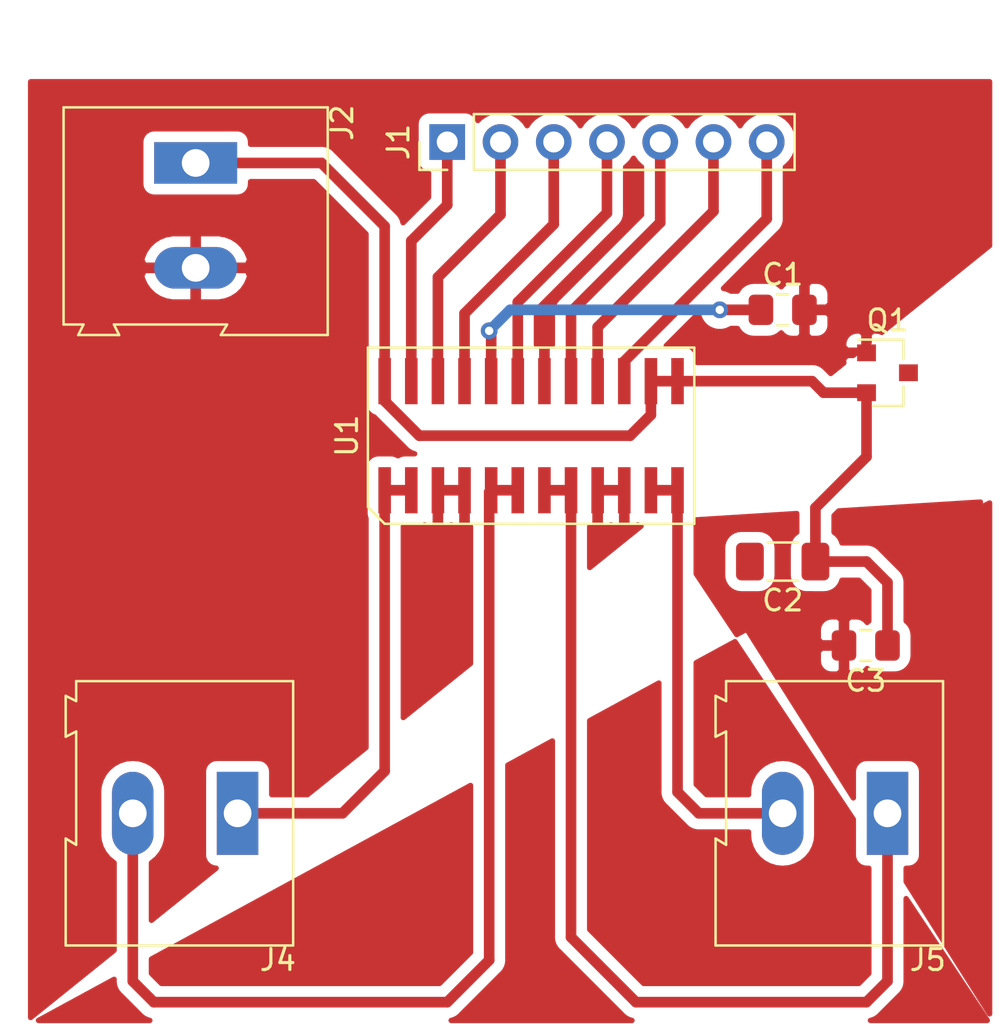
<source format=kicad_pcb>
(kicad_pcb (version 20171130) (host pcbnew "(5.1.9)-1")

  (general
    (thickness 1.6)
    (drawings 4)
    (tracks 67)
    (zones 0)
    (modules 9)
    (nets 16)
  )

  (page A4)
  (layers
    (0 F.Cu signal)
    (31 B.Cu signal)
    (32 B.Adhes user)
    (33 F.Adhes user)
    (34 B.Paste user)
    (35 F.Paste user)
    (36 B.SilkS user)
    (37 F.SilkS user)
    (38 B.Mask user)
    (39 F.Mask user)
    (40 Dwgs.User user)
    (41 Cmts.User user)
    (42 Eco1.User user)
    (43 Eco2.User user)
    (44 Edge.Cuts user)
    (45 Margin user)
    (46 B.CrtYd user)
    (47 F.CrtYd user)
    (48 B.Fab user)
    (49 F.Fab user)
  )

  (setup
    (last_trace_width 0.508)
    (user_trace_width 0.508)
    (trace_clearance 0.2)
    (zone_clearance 0.508)
    (zone_45_only no)
    (trace_min 0.2)
    (via_size 0.8)
    (via_drill 0.4)
    (via_min_size 0.4)
    (via_min_drill 0.3)
    (uvia_size 0.3)
    (uvia_drill 0.1)
    (uvias_allowed no)
    (uvia_min_size 0.2)
    (uvia_min_drill 0.1)
    (edge_width 0.05)
    (segment_width 0.2)
    (pcb_text_width 0.3)
    (pcb_text_size 1.5 1.5)
    (mod_edge_width 0.12)
    (mod_text_size 1 1)
    (mod_text_width 0.15)
    (pad_size 1.524 1.524)
    (pad_drill 0.762)
    (pad_to_mask_clearance 0)
    (aux_axis_origin 0 0)
    (visible_elements 7FFFFFFF)
    (pcbplotparams
      (layerselection 0x010fc_ffffffff)
      (usegerberextensions false)
      (usegerberattributes true)
      (usegerberadvancedattributes true)
      (creategerberjobfile true)
      (excludeedgelayer true)
      (linewidth 0.100000)
      (plotframeref false)
      (viasonmask false)
      (mode 1)
      (useauxorigin false)
      (hpglpennumber 1)
      (hpglpenspeed 20)
      (hpglpendiameter 15.000000)
      (psnegative false)
      (psa4output false)
      (plotreference true)
      (plotvalue true)
      (plotinvisibletext false)
      (padsonsilk false)
      (subtractmaskfromsilk false)
      (outputformat 1)
      (mirror false)
      (drillshape 1)
      (scaleselection 1)
      (outputdirectory ""))
  )

  (net 0 "")
  (net 1 GND)
  (net 2 VCC)
  (net 3 /VM)
  (net 4 /AO1)
  (net 5 /AO2)
  (net 6 /BO1)
  (net 7 /BO2)
  (net 8 /VMOT)
  (net 9 "Net-(J1-Pad1)")
  (net 10 "Net-(J1-Pad2)")
  (net 11 "Net-(J1-Pad3)")
  (net 12 "Net-(J1-Pad4)")
  (net 13 "Net-(J1-Pad5)")
  (net 14 "Net-(J1-Pad6)")
  (net 15 "Net-(J1-Pad7)")

  (net_class Default "This is the default net class."
    (clearance 0.2)
    (trace_width 0.25)
    (via_dia 0.8)
    (via_drill 0.4)
    (uvia_dia 0.3)
    (uvia_drill 0.1)
    (add_net /AO1)
    (add_net /AO2)
    (add_net /BO1)
    (add_net /BO2)
    (add_net /VM)
    (add_net GND)
    (add_net "Net-(J1-Pad1)")
    (add_net "Net-(J1-Pad2)")
    (add_net "Net-(J1-Pad3)")
    (add_net "Net-(J1-Pad4)")
    (add_net "Net-(J1-Pad5)")
    (add_net "Net-(J1-Pad6)")
    (add_net "Net-(J1-Pad7)")
    (add_net VCC)
  )

  (module Connector_PinHeader_2.54mm:PinHeader_1x07_P2.54mm_Vertical (layer F.Cu) (tedit 59FED5CC) (tstamp 60F44DCA)
    (at 125 73 90)
    (descr "Through hole straight pin header, 1x07, 2.54mm pitch, single row")
    (tags "Through hole pin header THT 1x07 2.54mm single row")
    (path /60F592FD)
    (fp_text reference J1 (at 0 -2.33 90) (layer F.SilkS)
      (effects (font (size 1 1) (thickness 0.15)))
    )
    (fp_text value Conn_01x07_Male (at 0 17.57 90) (layer F.Fab)
      (effects (font (size 1 1) (thickness 0.15)))
    )
    (fp_text user %R (at 0 7.62) (layer F.Fab)
      (effects (font (size 1 1) (thickness 0.15)))
    )
    (fp_line (start -0.635 -1.27) (end 1.27 -1.27) (layer F.Fab) (width 0.1))
    (fp_line (start 1.27 -1.27) (end 1.27 16.51) (layer F.Fab) (width 0.1))
    (fp_line (start 1.27 16.51) (end -1.27 16.51) (layer F.Fab) (width 0.1))
    (fp_line (start -1.27 16.51) (end -1.27 -0.635) (layer F.Fab) (width 0.1))
    (fp_line (start -1.27 -0.635) (end -0.635 -1.27) (layer F.Fab) (width 0.1))
    (fp_line (start -1.33 16.57) (end 1.33 16.57) (layer F.SilkS) (width 0.12))
    (fp_line (start -1.33 1.27) (end -1.33 16.57) (layer F.SilkS) (width 0.12))
    (fp_line (start 1.33 1.27) (end 1.33 16.57) (layer F.SilkS) (width 0.12))
    (fp_line (start -1.33 1.27) (end 1.33 1.27) (layer F.SilkS) (width 0.12))
    (fp_line (start -1.33 0) (end -1.33 -1.33) (layer F.SilkS) (width 0.12))
    (fp_line (start -1.33 -1.33) (end 0 -1.33) (layer F.SilkS) (width 0.12))
    (fp_line (start -1.8 -1.8) (end -1.8 17.05) (layer F.CrtYd) (width 0.05))
    (fp_line (start -1.8 17.05) (end 1.8 17.05) (layer F.CrtYd) (width 0.05))
    (fp_line (start 1.8 17.05) (end 1.8 -1.8) (layer F.CrtYd) (width 0.05))
    (fp_line (start 1.8 -1.8) (end -1.8 -1.8) (layer F.CrtYd) (width 0.05))
    (pad 7 thru_hole oval (at 0 15.24 90) (size 1.7 1.7) (drill 1) (layers *.Cu *.Mask)
      (net 15 "Net-(J1-Pad7)"))
    (pad 6 thru_hole oval (at 0 12.7 90) (size 1.7 1.7) (drill 1) (layers *.Cu *.Mask)
      (net 14 "Net-(J1-Pad6)"))
    (pad 5 thru_hole oval (at 0 10.16 90) (size 1.7 1.7) (drill 1) (layers *.Cu *.Mask)
      (net 13 "Net-(J1-Pad5)"))
    (pad 4 thru_hole oval (at 0 7.62 90) (size 1.7 1.7) (drill 1) (layers *.Cu *.Mask)
      (net 12 "Net-(J1-Pad4)"))
    (pad 3 thru_hole oval (at 0 5.08 90) (size 1.7 1.7) (drill 1) (layers *.Cu *.Mask)
      (net 11 "Net-(J1-Pad3)"))
    (pad 2 thru_hole oval (at 0 2.54 90) (size 1.7 1.7) (drill 1) (layers *.Cu *.Mask)
      (net 10 "Net-(J1-Pad2)"))
    (pad 1 thru_hole rect (at 0 0 90) (size 1.7 1.7) (drill 1) (layers *.Cu *.Mask)
      (net 9 "Net-(J1-Pad1)"))
    (model ${KISYS3DMOD}/Connector_PinHeader_2.54mm.3dshapes/PinHeader_1x07_P2.54mm_Vertical.wrl
      (at (xyz 0 0 0))
      (scale (xyz 1 1 1))
      (rotate (xyz 0 0 0))
    )
  )

  (module Capacitor_SMD:C_0805_2012Metric_Pad1.18x1.45mm_HandSolder (layer F.Cu) (tedit 5F68FEEF) (tstamp 60F3C44A)
    (at 141 81)
    (descr "Capacitor SMD 0805 (2012 Metric), square (rectangular) end terminal, IPC_7351 nominal with elongated pad for handsoldering. (Body size source: IPC-SM-782 page 76, https://www.pcb-3d.com/wordpress/wp-content/uploads/ipc-sm-782a_amendment_1_and_2.pdf, https://docs.google.com/spreadsheets/d/1BsfQQcO9C6DZCsRaXUlFlo91Tg2WpOkGARC1WS5S8t0/edit?usp=sharing), generated with kicad-footprint-generator")
    (tags "capacitor handsolder")
    (path /60EEC923)
    (attr smd)
    (fp_text reference C1 (at 0 -1.68) (layer F.SilkS)
      (effects (font (size 1 1) (thickness 0.15)))
    )
    (fp_text value 0.1u (at 0 1.68) (layer F.Fab)
      (effects (font (size 1 1) (thickness 0.15)))
    )
    (fp_line (start 1.88 0.98) (end -1.88 0.98) (layer F.CrtYd) (width 0.05))
    (fp_line (start 1.88 -0.98) (end 1.88 0.98) (layer F.CrtYd) (width 0.05))
    (fp_line (start -1.88 -0.98) (end 1.88 -0.98) (layer F.CrtYd) (width 0.05))
    (fp_line (start -1.88 0.98) (end -1.88 -0.98) (layer F.CrtYd) (width 0.05))
    (fp_line (start -0.261252 0.735) (end 0.261252 0.735) (layer F.SilkS) (width 0.12))
    (fp_line (start -0.261252 -0.735) (end 0.261252 -0.735) (layer F.SilkS) (width 0.12))
    (fp_line (start 1 0.625) (end -1 0.625) (layer F.Fab) (width 0.1))
    (fp_line (start 1 -0.625) (end 1 0.625) (layer F.Fab) (width 0.1))
    (fp_line (start -1 -0.625) (end 1 -0.625) (layer F.Fab) (width 0.1))
    (fp_line (start -1 0.625) (end -1 -0.625) (layer F.Fab) (width 0.1))
    (fp_text user %R (at 0 0) (layer F.Fab)
      (effects (font (size 0.5 0.5) (thickness 0.08)))
    )
    (pad 2 smd roundrect (at 1.0375 0) (size 1.175 1.45) (layers F.Cu F.Paste F.Mask) (roundrect_rratio 0.212766)
      (net 1 GND))
    (pad 1 smd roundrect (at -1.0375 0) (size 1.175 1.45) (layers F.Cu F.Paste F.Mask) (roundrect_rratio 0.212766)
      (net 2 VCC))
    (model ${KISYS3DMOD}/Capacitor_SMD.3dshapes/C_0805_2012Metric.wrl
      (at (xyz 0 0 0))
      (scale (xyz 1 1 1))
      (rotate (xyz 0 0 0))
    )
  )

  (module Capacitor_SMD:C_1206_3216Metric_Pad1.33x1.80mm_HandSolder (layer F.Cu) (tedit 5F68FEEF) (tstamp 60F3C45B)
    (at 141 93 180)
    (descr "Capacitor SMD 1206 (3216 Metric), square (rectangular) end terminal, IPC_7351 nominal with elongated pad for handsoldering. (Body size source: IPC-SM-782 page 76, https://www.pcb-3d.com/wordpress/wp-content/uploads/ipc-sm-782a_amendment_1_and_2.pdf), generated with kicad-footprint-generator")
    (tags "capacitor handsolder")
    (path /60EDF5FC)
    (attr smd)
    (fp_text reference C2 (at 0 -1.85) (layer F.SilkS)
      (effects (font (size 1 1) (thickness 0.15)))
    )
    (fp_text value 10u (at 0 1.85) (layer F.Fab)
      (effects (font (size 1 1) (thickness 0.15)))
    )
    (fp_line (start -1.6 0.8) (end -1.6 -0.8) (layer F.Fab) (width 0.1))
    (fp_line (start -1.6 -0.8) (end 1.6 -0.8) (layer F.Fab) (width 0.1))
    (fp_line (start 1.6 -0.8) (end 1.6 0.8) (layer F.Fab) (width 0.1))
    (fp_line (start 1.6 0.8) (end -1.6 0.8) (layer F.Fab) (width 0.1))
    (fp_line (start -0.711252 -0.91) (end 0.711252 -0.91) (layer F.SilkS) (width 0.12))
    (fp_line (start -0.711252 0.91) (end 0.711252 0.91) (layer F.SilkS) (width 0.12))
    (fp_line (start -2.48 1.15) (end -2.48 -1.15) (layer F.CrtYd) (width 0.05))
    (fp_line (start -2.48 -1.15) (end 2.48 -1.15) (layer F.CrtYd) (width 0.05))
    (fp_line (start 2.48 -1.15) (end 2.48 1.15) (layer F.CrtYd) (width 0.05))
    (fp_line (start 2.48 1.15) (end -2.48 1.15) (layer F.CrtYd) (width 0.05))
    (fp_text user %R (at 0 0) (layer F.Fab)
      (effects (font (size 0.8 0.8) (thickness 0.12)))
    )
    (pad 1 smd roundrect (at -1.5625 0 180) (size 1.325 1.8) (layers F.Cu F.Paste F.Mask) (roundrect_rratio 0.188679)
      (net 3 /VM))
    (pad 2 smd roundrect (at 1.5625 0 180) (size 1.325 1.8) (layers F.Cu F.Paste F.Mask) (roundrect_rratio 0.188679)
      (net 1 GND))
    (model ${KISYS3DMOD}/Capacitor_SMD.3dshapes/C_1206_3216Metric.wrl
      (at (xyz 0 0 0))
      (scale (xyz 1 1 1))
      (rotate (xyz 0 0 0))
    )
  )

  (module Capacitor_SMD:C_0805_2012Metric_Pad1.18x1.45mm_HandSolder (layer F.Cu) (tedit 5F68FEEF) (tstamp 60F3C46C)
    (at 144.9625 97 180)
    (descr "Capacitor SMD 0805 (2012 Metric), square (rectangular) end terminal, IPC_7351 nominal with elongated pad for handsoldering. (Body size source: IPC-SM-782 page 76, https://www.pcb-3d.com/wordpress/wp-content/uploads/ipc-sm-782a_amendment_1_and_2.pdf, https://docs.google.com/spreadsheets/d/1BsfQQcO9C6DZCsRaXUlFlo91Tg2WpOkGARC1WS5S8t0/edit?usp=sharing), generated with kicad-footprint-generator")
    (tags "capacitor handsolder")
    (path /60EDF913)
    (attr smd)
    (fp_text reference C3 (at 0 -1.68) (layer F.SilkS)
      (effects (font (size 1 1) (thickness 0.15)))
    )
    (fp_text value 0.1u (at 0 1.68) (layer F.Fab)
      (effects (font (size 1 1) (thickness 0.15)))
    )
    (fp_line (start -1 0.625) (end -1 -0.625) (layer F.Fab) (width 0.1))
    (fp_line (start -1 -0.625) (end 1 -0.625) (layer F.Fab) (width 0.1))
    (fp_line (start 1 -0.625) (end 1 0.625) (layer F.Fab) (width 0.1))
    (fp_line (start 1 0.625) (end -1 0.625) (layer F.Fab) (width 0.1))
    (fp_line (start -0.261252 -0.735) (end 0.261252 -0.735) (layer F.SilkS) (width 0.12))
    (fp_line (start -0.261252 0.735) (end 0.261252 0.735) (layer F.SilkS) (width 0.12))
    (fp_line (start -1.88 0.98) (end -1.88 -0.98) (layer F.CrtYd) (width 0.05))
    (fp_line (start -1.88 -0.98) (end 1.88 -0.98) (layer F.CrtYd) (width 0.05))
    (fp_line (start 1.88 -0.98) (end 1.88 0.98) (layer F.CrtYd) (width 0.05))
    (fp_line (start 1.88 0.98) (end -1.88 0.98) (layer F.CrtYd) (width 0.05))
    (fp_text user %R (at 0 0) (layer F.Fab)
      (effects (font (size 0.5 0.5) (thickness 0.08)))
    )
    (pad 1 smd roundrect (at -1.0375 0 180) (size 1.175 1.45) (layers F.Cu F.Paste F.Mask) (roundrect_rratio 0.212766)
      (net 3 /VM))
    (pad 2 smd roundrect (at 1.0375 0 180) (size 1.175 1.45) (layers F.Cu F.Paste F.Mask) (roundrect_rratio 0.212766)
      (net 1 GND))
    (model ${KISYS3DMOD}/Capacitor_SMD.3dshapes/C_0805_2012Metric.wrl
      (at (xyz 0 0 0))
      (scale (xyz 1 1 1))
      (rotate (xyz 0 0 0))
    )
  )

  (module TerminalBlock:TerminalBlock_Altech_AK300-2_P5.00mm (layer F.Cu) (tedit 59FF0306) (tstamp 60F3C4D3)
    (at 113 74 270)
    (descr "Altech AK300 terminal block, pitch 5.0mm, 45 degree angled, see http://www.mouser.com/ds/2/16/PCBMETRC-24178.pdf")
    (tags "Altech AK300 terminal block pitch 5.0mm")
    (path /60F57A81)
    (fp_text reference J2 (at -1.92 -6.99 90) (layer F.SilkS)
      (effects (font (size 1 1) (thickness 0.15)))
    )
    (fp_text value Screw_Terminal_01x02 (at 2.78 7.75 90) (layer F.Fab)
      (effects (font (size 1 1) (thickness 0.15)))
    )
    (fp_line (start -2.65 -6.3) (end -2.65 6.3) (layer F.SilkS) (width 0.12))
    (fp_line (start -2.65 6.3) (end 7.7 6.3) (layer F.SilkS) (width 0.12))
    (fp_line (start 7.7 6.3) (end 7.7 5.35) (layer F.SilkS) (width 0.12))
    (fp_line (start 7.7 5.35) (end 8.2 5.6) (layer F.SilkS) (width 0.12))
    (fp_line (start 8.2 5.6) (end 8.2 3.7) (layer F.SilkS) (width 0.12))
    (fp_line (start 8.2 3.7) (end 8.2 3.65) (layer F.SilkS) (width 0.12))
    (fp_line (start 8.2 3.65) (end 7.7 3.9) (layer F.SilkS) (width 0.12))
    (fp_line (start 7.7 3.9) (end 7.7 -1.5) (layer F.SilkS) (width 0.12))
    (fp_line (start 7.7 -1.5) (end 8.2 -1.2) (layer F.SilkS) (width 0.12))
    (fp_line (start 8.2 -1.2) (end 8.2 -6.3) (layer F.SilkS) (width 0.12))
    (fp_line (start 8.2 -6.3) (end -2.65 -6.3) (layer F.SilkS) (width 0.12))
    (fp_line (start -1.26 2.54) (end 1.28 2.54) (layer F.Fab) (width 0.1))
    (fp_line (start 1.28 2.54) (end 1.28 -0.25) (layer F.Fab) (width 0.1))
    (fp_line (start -1.26 -0.25) (end 1.28 -0.25) (layer F.Fab) (width 0.1))
    (fp_line (start -1.26 2.54) (end -1.26 -0.25) (layer F.Fab) (width 0.1))
    (fp_line (start 3.74 2.54) (end 6.28 2.54) (layer F.Fab) (width 0.1))
    (fp_line (start 6.28 2.54) (end 6.28 -0.25) (layer F.Fab) (width 0.1))
    (fp_line (start 3.74 -0.25) (end 6.28 -0.25) (layer F.Fab) (width 0.1))
    (fp_line (start 3.74 2.54) (end 3.74 -0.25) (layer F.Fab) (width 0.1))
    (fp_line (start 7.61 -6.22) (end 7.61 -3.17) (layer F.Fab) (width 0.1))
    (fp_line (start 7.61 -6.22) (end -2.58 -6.22) (layer F.Fab) (width 0.1))
    (fp_line (start 7.61 -6.22) (end 8.11 -6.22) (layer F.Fab) (width 0.1))
    (fp_line (start 8.11 -6.22) (end 8.11 -1.4) (layer F.Fab) (width 0.1))
    (fp_line (start 8.11 -1.4) (end 7.61 -1.65) (layer F.Fab) (width 0.1))
    (fp_line (start 8.11 5.46) (end 7.61 5.21) (layer F.Fab) (width 0.1))
    (fp_line (start 7.61 5.21) (end 7.61 6.22) (layer F.Fab) (width 0.1))
    (fp_line (start 8.11 3.81) (end 7.61 4.06) (layer F.Fab) (width 0.1))
    (fp_line (start 7.61 4.06) (end 7.61 5.21) (layer F.Fab) (width 0.1))
    (fp_line (start 8.11 3.81) (end 8.11 5.46) (layer F.Fab) (width 0.1))
    (fp_line (start 2.98 6.22) (end 2.98 4.32) (layer F.Fab) (width 0.1))
    (fp_line (start 7.05 -0.25) (end 7.05 4.32) (layer F.Fab) (width 0.1))
    (fp_line (start 2.98 6.22) (end 7.05 6.22) (layer F.Fab) (width 0.1))
    (fp_line (start 7.05 6.22) (end 7.61 6.22) (layer F.Fab) (width 0.1))
    (fp_line (start 2.04 6.22) (end 2.04 4.32) (layer F.Fab) (width 0.1))
    (fp_line (start 2.04 6.22) (end 2.98 6.22) (layer F.Fab) (width 0.1))
    (fp_line (start -2.02 -0.25) (end -2.02 4.32) (layer F.Fab) (width 0.1))
    (fp_line (start -2.58 6.22) (end -2.02 6.22) (layer F.Fab) (width 0.1))
    (fp_line (start -2.02 6.22) (end 2.04 6.22) (layer F.Fab) (width 0.1))
    (fp_line (start 2.98 4.32) (end 7.05 4.32) (layer F.Fab) (width 0.1))
    (fp_line (start 2.98 4.32) (end 2.98 -0.25) (layer F.Fab) (width 0.1))
    (fp_line (start 7.05 4.32) (end 7.05 6.22) (layer F.Fab) (width 0.1))
    (fp_line (start 2.04 4.32) (end -2.02 4.32) (layer F.Fab) (width 0.1))
    (fp_line (start 2.04 4.32) (end 2.04 -0.25) (layer F.Fab) (width 0.1))
    (fp_line (start -2.02 4.32) (end -2.02 6.22) (layer F.Fab) (width 0.1))
    (fp_line (start 6.67 3.68) (end 6.67 0.51) (layer F.Fab) (width 0.1))
    (fp_line (start 6.67 3.68) (end 3.36 3.68) (layer F.Fab) (width 0.1))
    (fp_line (start 3.36 3.68) (end 3.36 0.51) (layer F.Fab) (width 0.1))
    (fp_line (start 1.66 3.68) (end 1.66 0.51) (layer F.Fab) (width 0.1))
    (fp_line (start 1.66 3.68) (end -1.64 3.68) (layer F.Fab) (width 0.1))
    (fp_line (start -1.64 3.68) (end -1.64 0.51) (layer F.Fab) (width 0.1))
    (fp_line (start -1.64 0.51) (end -1.26 0.51) (layer F.Fab) (width 0.1))
    (fp_line (start 1.66 0.51) (end 1.28 0.51) (layer F.Fab) (width 0.1))
    (fp_line (start 3.36 0.51) (end 3.74 0.51) (layer F.Fab) (width 0.1))
    (fp_line (start 6.67 0.51) (end 6.28 0.51) (layer F.Fab) (width 0.1))
    (fp_line (start -2.58 6.22) (end -2.58 -0.64) (layer F.Fab) (width 0.1))
    (fp_line (start -2.58 -0.64) (end -2.58 -3.17) (layer F.Fab) (width 0.1))
    (fp_line (start 7.61 -1.65) (end 7.61 -0.64) (layer F.Fab) (width 0.1))
    (fp_line (start 7.61 -0.64) (end 7.61 4.06) (layer F.Fab) (width 0.1))
    (fp_line (start -2.58 -3.17) (end 7.61 -3.17) (layer F.Fab) (width 0.1))
    (fp_line (start -2.58 -3.17) (end -2.58 -6.22) (layer F.Fab) (width 0.1))
    (fp_line (start 7.61 -3.17) (end 7.61 -1.65) (layer F.Fab) (width 0.1))
    (fp_line (start 2.98 -3.43) (end 2.98 -5.97) (layer F.Fab) (width 0.1))
    (fp_line (start 2.98 -5.97) (end 7.05 -5.97) (layer F.Fab) (width 0.1))
    (fp_line (start 7.05 -5.97) (end 7.05 -3.43) (layer F.Fab) (width 0.1))
    (fp_line (start 7.05 -3.43) (end 2.98 -3.43) (layer F.Fab) (width 0.1))
    (fp_line (start 2.04 -3.43) (end 2.04 -5.97) (layer F.Fab) (width 0.1))
    (fp_line (start 2.04 -3.43) (end -2.02 -3.43) (layer F.Fab) (width 0.1))
    (fp_line (start -2.02 -3.43) (end -2.02 -5.97) (layer F.Fab) (width 0.1))
    (fp_line (start 2.04 -5.97) (end -2.02 -5.97) (layer F.Fab) (width 0.1))
    (fp_line (start 3.39 -4.45) (end 6.44 -5.08) (layer F.Fab) (width 0.1))
    (fp_line (start 3.52 -4.32) (end 6.56 -4.95) (layer F.Fab) (width 0.1))
    (fp_line (start -1.62 -4.45) (end 1.44 -5.08) (layer F.Fab) (width 0.1))
    (fp_line (start -1.49 -4.32) (end 1.56 -4.95) (layer F.Fab) (width 0.1))
    (fp_line (start -2.02 -0.25) (end -1.64 -0.25) (layer F.Fab) (width 0.1))
    (fp_line (start 2.04 -0.25) (end 1.66 -0.25) (layer F.Fab) (width 0.1))
    (fp_line (start 1.66 -0.25) (end -1.64 -0.25) (layer F.Fab) (width 0.1))
    (fp_line (start -2.58 -0.64) (end -1.64 -0.64) (layer F.Fab) (width 0.1))
    (fp_line (start -1.64 -0.64) (end 1.66 -0.64) (layer F.Fab) (width 0.1))
    (fp_line (start 1.66 -0.64) (end 3.36 -0.64) (layer F.Fab) (width 0.1))
    (fp_line (start 7.61 -0.64) (end 6.67 -0.64) (layer F.Fab) (width 0.1))
    (fp_line (start 6.67 -0.64) (end 3.36 -0.64) (layer F.Fab) (width 0.1))
    (fp_line (start 7.05 -0.25) (end 6.67 -0.25) (layer F.Fab) (width 0.1))
    (fp_line (start 2.98 -0.25) (end 3.36 -0.25) (layer F.Fab) (width 0.1))
    (fp_line (start 3.36 -0.25) (end 6.67 -0.25) (layer F.Fab) (width 0.1))
    (fp_line (start -2.83 -6.47) (end 8.36 -6.47) (layer F.CrtYd) (width 0.05))
    (fp_line (start -2.83 -6.47) (end -2.83 6.47) (layer F.CrtYd) (width 0.05))
    (fp_line (start 8.36 6.47) (end 8.36 -6.47) (layer F.CrtYd) (width 0.05))
    (fp_line (start 8.36 6.47) (end -2.83 6.47) (layer F.CrtYd) (width 0.05))
    (fp_text user %R (at 2.5 -2 90) (layer F.Fab)
      (effects (font (size 1 1) (thickness 0.15)))
    )
    (fp_arc (start 6.03 -4.59) (end 6.54 -5.05) (angle 90.5) (layer F.Fab) (width 0.1))
    (fp_arc (start 5.07 -6.07) (end 6.53 -4.12) (angle 75.5) (layer F.Fab) (width 0.1))
    (fp_arc (start 4.99 -3.71) (end 3.39 -5) (angle 100) (layer F.Fab) (width 0.1))
    (fp_arc (start 3.87 -4.65) (end 3.58 -4.13) (angle 104.2) (layer F.Fab) (width 0.1))
    (fp_arc (start 1.03 -4.59) (end 1.53 -5.05) (angle 90.5) (layer F.Fab) (width 0.1))
    (fp_arc (start 0.06 -6.07) (end 1.53 -4.12) (angle 75.5) (layer F.Fab) (width 0.1))
    (fp_arc (start -0.01 -3.71) (end -1.62 -5) (angle 100) (layer F.Fab) (width 0.1))
    (fp_arc (start -1.13 -4.65) (end -1.42 -4.13) (angle 104.2) (layer F.Fab) (width 0.1))
    (pad 1 thru_hole rect (at 0 0 270) (size 1.98 3.96) (drill 1.32) (layers *.Cu *.Mask)
      (net 3 /VM))
    (pad 2 thru_hole oval (at 5 0 270) (size 1.98 3.96) (drill 1.32) (layers *.Cu *.Mask)
      (net 1 GND))
    (model ${KISYS3DMOD}/TerminalBlock.3dshapes/TerminalBlock_Altech_AK300-2_P5.00mm.wrl
      (at (xyz 0 0 0))
      (scale (xyz 1 1 1))
      (rotate (xyz 0 0 0))
    )
  )

  (module TerminalBlock:TerminalBlock_Altech_AK300-2_P5.00mm (layer F.Cu) (tedit 59FF0306) (tstamp 60F3C53A)
    (at 115 105 180)
    (descr "Altech AK300 terminal block, pitch 5.0mm, 45 degree angled, see http://www.mouser.com/ds/2/16/PCBMETRC-24178.pdf")
    (tags "Altech AK300 terminal block pitch 5.0mm")
    (path /60F39C1C)
    (fp_text reference J4 (at -1.92 -6.99) (layer F.SilkS)
      (effects (font (size 1 1) (thickness 0.15)))
    )
    (fp_text value Screw_Terminal_01x02 (at 2.78 7.75) (layer F.Fab)
      (effects (font (size 1 1) (thickness 0.15)))
    )
    (fp_line (start -2.65 -6.3) (end -2.65 6.3) (layer F.SilkS) (width 0.12))
    (fp_line (start -2.65 6.3) (end 7.7 6.3) (layer F.SilkS) (width 0.12))
    (fp_line (start 7.7 6.3) (end 7.7 5.35) (layer F.SilkS) (width 0.12))
    (fp_line (start 7.7 5.35) (end 8.2 5.6) (layer F.SilkS) (width 0.12))
    (fp_line (start 8.2 5.6) (end 8.2 3.7) (layer F.SilkS) (width 0.12))
    (fp_line (start 8.2 3.7) (end 8.2 3.65) (layer F.SilkS) (width 0.12))
    (fp_line (start 8.2 3.65) (end 7.7 3.9) (layer F.SilkS) (width 0.12))
    (fp_line (start 7.7 3.9) (end 7.7 -1.5) (layer F.SilkS) (width 0.12))
    (fp_line (start 7.7 -1.5) (end 8.2 -1.2) (layer F.SilkS) (width 0.12))
    (fp_line (start 8.2 -1.2) (end 8.2 -6.3) (layer F.SilkS) (width 0.12))
    (fp_line (start 8.2 -6.3) (end -2.65 -6.3) (layer F.SilkS) (width 0.12))
    (fp_line (start -1.26 2.54) (end 1.28 2.54) (layer F.Fab) (width 0.1))
    (fp_line (start 1.28 2.54) (end 1.28 -0.25) (layer F.Fab) (width 0.1))
    (fp_line (start -1.26 -0.25) (end 1.28 -0.25) (layer F.Fab) (width 0.1))
    (fp_line (start -1.26 2.54) (end -1.26 -0.25) (layer F.Fab) (width 0.1))
    (fp_line (start 3.74 2.54) (end 6.28 2.54) (layer F.Fab) (width 0.1))
    (fp_line (start 6.28 2.54) (end 6.28 -0.25) (layer F.Fab) (width 0.1))
    (fp_line (start 3.74 -0.25) (end 6.28 -0.25) (layer F.Fab) (width 0.1))
    (fp_line (start 3.74 2.54) (end 3.74 -0.25) (layer F.Fab) (width 0.1))
    (fp_line (start 7.61 -6.22) (end 7.61 -3.17) (layer F.Fab) (width 0.1))
    (fp_line (start 7.61 -6.22) (end -2.58 -6.22) (layer F.Fab) (width 0.1))
    (fp_line (start 7.61 -6.22) (end 8.11 -6.22) (layer F.Fab) (width 0.1))
    (fp_line (start 8.11 -6.22) (end 8.11 -1.4) (layer F.Fab) (width 0.1))
    (fp_line (start 8.11 -1.4) (end 7.61 -1.65) (layer F.Fab) (width 0.1))
    (fp_line (start 8.11 5.46) (end 7.61 5.21) (layer F.Fab) (width 0.1))
    (fp_line (start 7.61 5.21) (end 7.61 6.22) (layer F.Fab) (width 0.1))
    (fp_line (start 8.11 3.81) (end 7.61 4.06) (layer F.Fab) (width 0.1))
    (fp_line (start 7.61 4.06) (end 7.61 5.21) (layer F.Fab) (width 0.1))
    (fp_line (start 8.11 3.81) (end 8.11 5.46) (layer F.Fab) (width 0.1))
    (fp_line (start 2.98 6.22) (end 2.98 4.32) (layer F.Fab) (width 0.1))
    (fp_line (start 7.05 -0.25) (end 7.05 4.32) (layer F.Fab) (width 0.1))
    (fp_line (start 2.98 6.22) (end 7.05 6.22) (layer F.Fab) (width 0.1))
    (fp_line (start 7.05 6.22) (end 7.61 6.22) (layer F.Fab) (width 0.1))
    (fp_line (start 2.04 6.22) (end 2.04 4.32) (layer F.Fab) (width 0.1))
    (fp_line (start 2.04 6.22) (end 2.98 6.22) (layer F.Fab) (width 0.1))
    (fp_line (start -2.02 -0.25) (end -2.02 4.32) (layer F.Fab) (width 0.1))
    (fp_line (start -2.58 6.22) (end -2.02 6.22) (layer F.Fab) (width 0.1))
    (fp_line (start -2.02 6.22) (end 2.04 6.22) (layer F.Fab) (width 0.1))
    (fp_line (start 2.98 4.32) (end 7.05 4.32) (layer F.Fab) (width 0.1))
    (fp_line (start 2.98 4.32) (end 2.98 -0.25) (layer F.Fab) (width 0.1))
    (fp_line (start 7.05 4.32) (end 7.05 6.22) (layer F.Fab) (width 0.1))
    (fp_line (start 2.04 4.32) (end -2.02 4.32) (layer F.Fab) (width 0.1))
    (fp_line (start 2.04 4.32) (end 2.04 -0.25) (layer F.Fab) (width 0.1))
    (fp_line (start -2.02 4.32) (end -2.02 6.22) (layer F.Fab) (width 0.1))
    (fp_line (start 6.67 3.68) (end 6.67 0.51) (layer F.Fab) (width 0.1))
    (fp_line (start 6.67 3.68) (end 3.36 3.68) (layer F.Fab) (width 0.1))
    (fp_line (start 3.36 3.68) (end 3.36 0.51) (layer F.Fab) (width 0.1))
    (fp_line (start 1.66 3.68) (end 1.66 0.51) (layer F.Fab) (width 0.1))
    (fp_line (start 1.66 3.68) (end -1.64 3.68) (layer F.Fab) (width 0.1))
    (fp_line (start -1.64 3.68) (end -1.64 0.51) (layer F.Fab) (width 0.1))
    (fp_line (start -1.64 0.51) (end -1.26 0.51) (layer F.Fab) (width 0.1))
    (fp_line (start 1.66 0.51) (end 1.28 0.51) (layer F.Fab) (width 0.1))
    (fp_line (start 3.36 0.51) (end 3.74 0.51) (layer F.Fab) (width 0.1))
    (fp_line (start 6.67 0.51) (end 6.28 0.51) (layer F.Fab) (width 0.1))
    (fp_line (start -2.58 6.22) (end -2.58 -0.64) (layer F.Fab) (width 0.1))
    (fp_line (start -2.58 -0.64) (end -2.58 -3.17) (layer F.Fab) (width 0.1))
    (fp_line (start 7.61 -1.65) (end 7.61 -0.64) (layer F.Fab) (width 0.1))
    (fp_line (start 7.61 -0.64) (end 7.61 4.06) (layer F.Fab) (width 0.1))
    (fp_line (start -2.58 -3.17) (end 7.61 -3.17) (layer F.Fab) (width 0.1))
    (fp_line (start -2.58 -3.17) (end -2.58 -6.22) (layer F.Fab) (width 0.1))
    (fp_line (start 7.61 -3.17) (end 7.61 -1.65) (layer F.Fab) (width 0.1))
    (fp_line (start 2.98 -3.43) (end 2.98 -5.97) (layer F.Fab) (width 0.1))
    (fp_line (start 2.98 -5.97) (end 7.05 -5.97) (layer F.Fab) (width 0.1))
    (fp_line (start 7.05 -5.97) (end 7.05 -3.43) (layer F.Fab) (width 0.1))
    (fp_line (start 7.05 -3.43) (end 2.98 -3.43) (layer F.Fab) (width 0.1))
    (fp_line (start 2.04 -3.43) (end 2.04 -5.97) (layer F.Fab) (width 0.1))
    (fp_line (start 2.04 -3.43) (end -2.02 -3.43) (layer F.Fab) (width 0.1))
    (fp_line (start -2.02 -3.43) (end -2.02 -5.97) (layer F.Fab) (width 0.1))
    (fp_line (start 2.04 -5.97) (end -2.02 -5.97) (layer F.Fab) (width 0.1))
    (fp_line (start 3.39 -4.45) (end 6.44 -5.08) (layer F.Fab) (width 0.1))
    (fp_line (start 3.52 -4.32) (end 6.56 -4.95) (layer F.Fab) (width 0.1))
    (fp_line (start -1.62 -4.45) (end 1.44 -5.08) (layer F.Fab) (width 0.1))
    (fp_line (start -1.49 -4.32) (end 1.56 -4.95) (layer F.Fab) (width 0.1))
    (fp_line (start -2.02 -0.25) (end -1.64 -0.25) (layer F.Fab) (width 0.1))
    (fp_line (start 2.04 -0.25) (end 1.66 -0.25) (layer F.Fab) (width 0.1))
    (fp_line (start 1.66 -0.25) (end -1.64 -0.25) (layer F.Fab) (width 0.1))
    (fp_line (start -2.58 -0.64) (end -1.64 -0.64) (layer F.Fab) (width 0.1))
    (fp_line (start -1.64 -0.64) (end 1.66 -0.64) (layer F.Fab) (width 0.1))
    (fp_line (start 1.66 -0.64) (end 3.36 -0.64) (layer F.Fab) (width 0.1))
    (fp_line (start 7.61 -0.64) (end 6.67 -0.64) (layer F.Fab) (width 0.1))
    (fp_line (start 6.67 -0.64) (end 3.36 -0.64) (layer F.Fab) (width 0.1))
    (fp_line (start 7.05 -0.25) (end 6.67 -0.25) (layer F.Fab) (width 0.1))
    (fp_line (start 2.98 -0.25) (end 3.36 -0.25) (layer F.Fab) (width 0.1))
    (fp_line (start 3.36 -0.25) (end 6.67 -0.25) (layer F.Fab) (width 0.1))
    (fp_line (start -2.83 -6.47) (end 8.36 -6.47) (layer F.CrtYd) (width 0.05))
    (fp_line (start -2.83 -6.47) (end -2.83 6.47) (layer F.CrtYd) (width 0.05))
    (fp_line (start 8.36 6.47) (end 8.36 -6.47) (layer F.CrtYd) (width 0.05))
    (fp_line (start 8.36 6.47) (end -2.83 6.47) (layer F.CrtYd) (width 0.05))
    (fp_text user %R (at 2.5 -2) (layer F.Fab)
      (effects (font (size 1 1) (thickness 0.15)))
    )
    (fp_arc (start 6.03 -4.59) (end 6.54 -5.05) (angle 90.5) (layer F.Fab) (width 0.1))
    (fp_arc (start 5.07 -6.07) (end 6.53 -4.12) (angle 75.5) (layer F.Fab) (width 0.1))
    (fp_arc (start 4.99 -3.71) (end 3.39 -5) (angle 100) (layer F.Fab) (width 0.1))
    (fp_arc (start 3.87 -4.65) (end 3.58 -4.13) (angle 104.2) (layer F.Fab) (width 0.1))
    (fp_arc (start 1.03 -4.59) (end 1.53 -5.05) (angle 90.5) (layer F.Fab) (width 0.1))
    (fp_arc (start 0.06 -6.07) (end 1.53 -4.12) (angle 75.5) (layer F.Fab) (width 0.1))
    (fp_arc (start -0.01 -3.71) (end -1.62 -5) (angle 100) (layer F.Fab) (width 0.1))
    (fp_arc (start -1.13 -4.65) (end -1.42 -4.13) (angle 104.2) (layer F.Fab) (width 0.1))
    (pad 1 thru_hole rect (at 0 0 180) (size 1.98 3.96) (drill 1.32) (layers *.Cu *.Mask)
      (net 4 /AO1))
    (pad 2 thru_hole oval (at 5 0 180) (size 1.98 3.96) (drill 1.32) (layers *.Cu *.Mask)
      (net 5 /AO2))
    (model ${KISYS3DMOD}/TerminalBlock.3dshapes/TerminalBlock_Altech_AK300-2_P5.00mm.wrl
      (at (xyz 0 0 0))
      (scale (xyz 1 1 1))
      (rotate (xyz 0 0 0))
    )
  )

  (module TerminalBlock:TerminalBlock_Altech_AK300-2_P5.00mm (layer F.Cu) (tedit 59FF0306) (tstamp 60F3C5A1)
    (at 146 105 180)
    (descr "Altech AK300 terminal block, pitch 5.0mm, 45 degree angled, see http://www.mouser.com/ds/2/16/PCBMETRC-24178.pdf")
    (tags "Altech AK300 terminal block pitch 5.0mm")
    (path /60F3C270)
    (fp_text reference J5 (at -1.92 -6.99) (layer F.SilkS)
      (effects (font (size 1 1) (thickness 0.15)))
    )
    (fp_text value Screw_Terminal_01x02 (at 2.78 7.75) (layer F.Fab)
      (effects (font (size 1 1) (thickness 0.15)))
    )
    (fp_line (start 8.36 6.47) (end -2.83 6.47) (layer F.CrtYd) (width 0.05))
    (fp_line (start 8.36 6.47) (end 8.36 -6.47) (layer F.CrtYd) (width 0.05))
    (fp_line (start -2.83 -6.47) (end -2.83 6.47) (layer F.CrtYd) (width 0.05))
    (fp_line (start -2.83 -6.47) (end 8.36 -6.47) (layer F.CrtYd) (width 0.05))
    (fp_line (start 3.36 -0.25) (end 6.67 -0.25) (layer F.Fab) (width 0.1))
    (fp_line (start 2.98 -0.25) (end 3.36 -0.25) (layer F.Fab) (width 0.1))
    (fp_line (start 7.05 -0.25) (end 6.67 -0.25) (layer F.Fab) (width 0.1))
    (fp_line (start 6.67 -0.64) (end 3.36 -0.64) (layer F.Fab) (width 0.1))
    (fp_line (start 7.61 -0.64) (end 6.67 -0.64) (layer F.Fab) (width 0.1))
    (fp_line (start 1.66 -0.64) (end 3.36 -0.64) (layer F.Fab) (width 0.1))
    (fp_line (start -1.64 -0.64) (end 1.66 -0.64) (layer F.Fab) (width 0.1))
    (fp_line (start -2.58 -0.64) (end -1.64 -0.64) (layer F.Fab) (width 0.1))
    (fp_line (start 1.66 -0.25) (end -1.64 -0.25) (layer F.Fab) (width 0.1))
    (fp_line (start 2.04 -0.25) (end 1.66 -0.25) (layer F.Fab) (width 0.1))
    (fp_line (start -2.02 -0.25) (end -1.64 -0.25) (layer F.Fab) (width 0.1))
    (fp_line (start -1.49 -4.32) (end 1.56 -4.95) (layer F.Fab) (width 0.1))
    (fp_line (start -1.62 -4.45) (end 1.44 -5.08) (layer F.Fab) (width 0.1))
    (fp_line (start 3.52 -4.32) (end 6.56 -4.95) (layer F.Fab) (width 0.1))
    (fp_line (start 3.39 -4.45) (end 6.44 -5.08) (layer F.Fab) (width 0.1))
    (fp_line (start 2.04 -5.97) (end -2.02 -5.97) (layer F.Fab) (width 0.1))
    (fp_line (start -2.02 -3.43) (end -2.02 -5.97) (layer F.Fab) (width 0.1))
    (fp_line (start 2.04 -3.43) (end -2.02 -3.43) (layer F.Fab) (width 0.1))
    (fp_line (start 2.04 -3.43) (end 2.04 -5.97) (layer F.Fab) (width 0.1))
    (fp_line (start 7.05 -3.43) (end 2.98 -3.43) (layer F.Fab) (width 0.1))
    (fp_line (start 7.05 -5.97) (end 7.05 -3.43) (layer F.Fab) (width 0.1))
    (fp_line (start 2.98 -5.97) (end 7.05 -5.97) (layer F.Fab) (width 0.1))
    (fp_line (start 2.98 -3.43) (end 2.98 -5.97) (layer F.Fab) (width 0.1))
    (fp_line (start 7.61 -3.17) (end 7.61 -1.65) (layer F.Fab) (width 0.1))
    (fp_line (start -2.58 -3.17) (end -2.58 -6.22) (layer F.Fab) (width 0.1))
    (fp_line (start -2.58 -3.17) (end 7.61 -3.17) (layer F.Fab) (width 0.1))
    (fp_line (start 7.61 -0.64) (end 7.61 4.06) (layer F.Fab) (width 0.1))
    (fp_line (start 7.61 -1.65) (end 7.61 -0.64) (layer F.Fab) (width 0.1))
    (fp_line (start -2.58 -0.64) (end -2.58 -3.17) (layer F.Fab) (width 0.1))
    (fp_line (start -2.58 6.22) (end -2.58 -0.64) (layer F.Fab) (width 0.1))
    (fp_line (start 6.67 0.51) (end 6.28 0.51) (layer F.Fab) (width 0.1))
    (fp_line (start 3.36 0.51) (end 3.74 0.51) (layer F.Fab) (width 0.1))
    (fp_line (start 1.66 0.51) (end 1.28 0.51) (layer F.Fab) (width 0.1))
    (fp_line (start -1.64 0.51) (end -1.26 0.51) (layer F.Fab) (width 0.1))
    (fp_line (start -1.64 3.68) (end -1.64 0.51) (layer F.Fab) (width 0.1))
    (fp_line (start 1.66 3.68) (end -1.64 3.68) (layer F.Fab) (width 0.1))
    (fp_line (start 1.66 3.68) (end 1.66 0.51) (layer F.Fab) (width 0.1))
    (fp_line (start 3.36 3.68) (end 3.36 0.51) (layer F.Fab) (width 0.1))
    (fp_line (start 6.67 3.68) (end 3.36 3.68) (layer F.Fab) (width 0.1))
    (fp_line (start 6.67 3.68) (end 6.67 0.51) (layer F.Fab) (width 0.1))
    (fp_line (start -2.02 4.32) (end -2.02 6.22) (layer F.Fab) (width 0.1))
    (fp_line (start 2.04 4.32) (end 2.04 -0.25) (layer F.Fab) (width 0.1))
    (fp_line (start 2.04 4.32) (end -2.02 4.32) (layer F.Fab) (width 0.1))
    (fp_line (start 7.05 4.32) (end 7.05 6.22) (layer F.Fab) (width 0.1))
    (fp_line (start 2.98 4.32) (end 2.98 -0.25) (layer F.Fab) (width 0.1))
    (fp_line (start 2.98 4.32) (end 7.05 4.32) (layer F.Fab) (width 0.1))
    (fp_line (start -2.02 6.22) (end 2.04 6.22) (layer F.Fab) (width 0.1))
    (fp_line (start -2.58 6.22) (end -2.02 6.22) (layer F.Fab) (width 0.1))
    (fp_line (start -2.02 -0.25) (end -2.02 4.32) (layer F.Fab) (width 0.1))
    (fp_line (start 2.04 6.22) (end 2.98 6.22) (layer F.Fab) (width 0.1))
    (fp_line (start 2.04 6.22) (end 2.04 4.32) (layer F.Fab) (width 0.1))
    (fp_line (start 7.05 6.22) (end 7.61 6.22) (layer F.Fab) (width 0.1))
    (fp_line (start 2.98 6.22) (end 7.05 6.22) (layer F.Fab) (width 0.1))
    (fp_line (start 7.05 -0.25) (end 7.05 4.32) (layer F.Fab) (width 0.1))
    (fp_line (start 2.98 6.22) (end 2.98 4.32) (layer F.Fab) (width 0.1))
    (fp_line (start 8.11 3.81) (end 8.11 5.46) (layer F.Fab) (width 0.1))
    (fp_line (start 7.61 4.06) (end 7.61 5.21) (layer F.Fab) (width 0.1))
    (fp_line (start 8.11 3.81) (end 7.61 4.06) (layer F.Fab) (width 0.1))
    (fp_line (start 7.61 5.21) (end 7.61 6.22) (layer F.Fab) (width 0.1))
    (fp_line (start 8.11 5.46) (end 7.61 5.21) (layer F.Fab) (width 0.1))
    (fp_line (start 8.11 -1.4) (end 7.61 -1.65) (layer F.Fab) (width 0.1))
    (fp_line (start 8.11 -6.22) (end 8.11 -1.4) (layer F.Fab) (width 0.1))
    (fp_line (start 7.61 -6.22) (end 8.11 -6.22) (layer F.Fab) (width 0.1))
    (fp_line (start 7.61 -6.22) (end -2.58 -6.22) (layer F.Fab) (width 0.1))
    (fp_line (start 7.61 -6.22) (end 7.61 -3.17) (layer F.Fab) (width 0.1))
    (fp_line (start 3.74 2.54) (end 3.74 -0.25) (layer F.Fab) (width 0.1))
    (fp_line (start 3.74 -0.25) (end 6.28 -0.25) (layer F.Fab) (width 0.1))
    (fp_line (start 6.28 2.54) (end 6.28 -0.25) (layer F.Fab) (width 0.1))
    (fp_line (start 3.74 2.54) (end 6.28 2.54) (layer F.Fab) (width 0.1))
    (fp_line (start -1.26 2.54) (end -1.26 -0.25) (layer F.Fab) (width 0.1))
    (fp_line (start -1.26 -0.25) (end 1.28 -0.25) (layer F.Fab) (width 0.1))
    (fp_line (start 1.28 2.54) (end 1.28 -0.25) (layer F.Fab) (width 0.1))
    (fp_line (start -1.26 2.54) (end 1.28 2.54) (layer F.Fab) (width 0.1))
    (fp_line (start 8.2 -6.3) (end -2.65 -6.3) (layer F.SilkS) (width 0.12))
    (fp_line (start 8.2 -1.2) (end 8.2 -6.3) (layer F.SilkS) (width 0.12))
    (fp_line (start 7.7 -1.5) (end 8.2 -1.2) (layer F.SilkS) (width 0.12))
    (fp_line (start 7.7 3.9) (end 7.7 -1.5) (layer F.SilkS) (width 0.12))
    (fp_line (start 8.2 3.65) (end 7.7 3.9) (layer F.SilkS) (width 0.12))
    (fp_line (start 8.2 3.7) (end 8.2 3.65) (layer F.SilkS) (width 0.12))
    (fp_line (start 8.2 5.6) (end 8.2 3.7) (layer F.SilkS) (width 0.12))
    (fp_line (start 7.7 5.35) (end 8.2 5.6) (layer F.SilkS) (width 0.12))
    (fp_line (start 7.7 6.3) (end 7.7 5.35) (layer F.SilkS) (width 0.12))
    (fp_line (start -2.65 6.3) (end 7.7 6.3) (layer F.SilkS) (width 0.12))
    (fp_line (start -2.65 -6.3) (end -2.65 6.3) (layer F.SilkS) (width 0.12))
    (fp_arc (start -1.13 -4.65) (end -1.42 -4.13) (angle 104.2) (layer F.Fab) (width 0.1))
    (fp_arc (start -0.01 -3.71) (end -1.62 -5) (angle 100) (layer F.Fab) (width 0.1))
    (fp_arc (start 0.06 -6.07) (end 1.53 -4.12) (angle 75.5) (layer F.Fab) (width 0.1))
    (fp_arc (start 1.03 -4.59) (end 1.53 -5.05) (angle 90.5) (layer F.Fab) (width 0.1))
    (fp_arc (start 3.87 -4.65) (end 3.58 -4.13) (angle 104.2) (layer F.Fab) (width 0.1))
    (fp_arc (start 4.99 -3.71) (end 3.39 -5) (angle 100) (layer F.Fab) (width 0.1))
    (fp_arc (start 5.07 -6.07) (end 6.53 -4.12) (angle 75.5) (layer F.Fab) (width 0.1))
    (fp_arc (start 6.03 -4.59) (end 6.54 -5.05) (angle 90.5) (layer F.Fab) (width 0.1))
    (fp_text user %R (at 2.5 -2) (layer F.Fab)
      (effects (font (size 1 1) (thickness 0.15)))
    )
    (pad 2 thru_hole oval (at 5 0 180) (size 1.98 3.96) (drill 1.32) (layers *.Cu *.Mask)
      (net 6 /BO1))
    (pad 1 thru_hole rect (at 0 0 180) (size 1.98 3.96) (drill 1.32) (layers *.Cu *.Mask)
      (net 7 /BO2))
    (model ${KISYS3DMOD}/TerminalBlock.3dshapes/TerminalBlock_Altech_AK300-2_P5.00mm.wrl
      (at (xyz 0 0 0))
      (scale (xyz 1 1 1))
      (rotate (xyz 0 0 0))
    )
  )

  (module Package_TO_SOT_SMD:SOT-23 (layer F.Cu) (tedit 5A02FF57) (tstamp 60F3C5B6)
    (at 146 84)
    (descr "SOT-23, Standard")
    (tags SOT-23)
    (path /60EE3AB6)
    (attr smd)
    (fp_text reference Q1 (at 0 -2.5) (layer F.SilkS)
      (effects (font (size 1 1) (thickness 0.15)))
    )
    (fp_text value BS870 (at 0 2.5) (layer F.Fab)
      (effects (font (size 1 1) (thickness 0.15)))
    )
    (fp_line (start -0.7 -0.95) (end -0.7 1.5) (layer F.Fab) (width 0.1))
    (fp_line (start -0.15 -1.52) (end 0.7 -1.52) (layer F.Fab) (width 0.1))
    (fp_line (start -0.7 -0.95) (end -0.15 -1.52) (layer F.Fab) (width 0.1))
    (fp_line (start 0.7 -1.52) (end 0.7 1.52) (layer F.Fab) (width 0.1))
    (fp_line (start -0.7 1.52) (end 0.7 1.52) (layer F.Fab) (width 0.1))
    (fp_line (start 0.76 1.58) (end 0.76 0.65) (layer F.SilkS) (width 0.12))
    (fp_line (start 0.76 -1.58) (end 0.76 -0.65) (layer F.SilkS) (width 0.12))
    (fp_line (start -1.7 -1.75) (end 1.7 -1.75) (layer F.CrtYd) (width 0.05))
    (fp_line (start 1.7 -1.75) (end 1.7 1.75) (layer F.CrtYd) (width 0.05))
    (fp_line (start 1.7 1.75) (end -1.7 1.75) (layer F.CrtYd) (width 0.05))
    (fp_line (start -1.7 1.75) (end -1.7 -1.75) (layer F.CrtYd) (width 0.05))
    (fp_line (start 0.76 -1.58) (end -1.4 -1.58) (layer F.SilkS) (width 0.12))
    (fp_line (start 0.76 1.58) (end -0.7 1.58) (layer F.SilkS) (width 0.12))
    (fp_text user %R (at 0 0 90) (layer F.Fab)
      (effects (font (size 0.5 0.5) (thickness 0.075)))
    )
    (pad 1 smd rect (at -1 -0.95) (size 0.9 0.8) (layers F.Cu F.Paste F.Mask)
      (net 1 GND))
    (pad 2 smd rect (at -1 0.95) (size 0.9 0.8) (layers F.Cu F.Paste F.Mask)
      (net 3 /VM))
    (pad 3 smd rect (at 1 0) (size 0.9 0.8) (layers F.Cu F.Paste F.Mask)
      (net 3 /VM))
    (model ${KISYS3DMOD}/Package_TO_SOT_SMD.3dshapes/SOT-23.wrl
      (at (xyz 0 0 0))
      (scale (xyz 1 1 1))
      (rotate (xyz 0 0 0))
    )
  )

  (module TB6612FNG:SOIC-24 (layer F.Cu) (tedit 0) (tstamp 60F3C5DB)
    (at 129 87)
    (path /60EC95CF)
    (attr smd)
    (fp_text reference U1 (at -8.785 0 90) (layer F.SilkS)
      (effects (font (size 1 1) (thickness 0.15)))
    )
    (fp_text value TB6612FNG_CHIP (at 0 0) (layer F.Fab)
      (effects (font (size 1 1) (thickness 0.15)))
    )
    (fp_line (start -6.985 4.2) (end -7.785 3.4) (layer F.SilkS) (width 0.12))
    (fp_line (start -7.785 3.4) (end -7.785 -4.2) (layer F.SilkS) (width 0.12))
    (fp_line (start -7.785 -4.2) (end 7.785 -4.2) (layer F.SilkS) (width 0.12))
    (fp_line (start 7.785 -4.2) (end 7.785 4.2) (layer F.SilkS) (width 0.12))
    (fp_line (start 7.785 4.2) (end -6.985 4.2) (layer F.SilkS) (width 0.12))
    (fp_line (start -7.54 -3.95) (end 7.54 -3.95) (layer F.CrtYd) (width 0.05))
    (fp_line (start 7.54 -3.95) (end 7.54 3.95) (layer F.CrtYd) (width 0.05))
    (fp_line (start 7.54 3.95) (end -7.54 3.95) (layer F.CrtYd) (width 0.05))
    (fp_line (start -7.54 3.95) (end -7.54 -3.95) (layer F.CrtYd) (width 0.05))
    (pad 24 smd rect (at -6.985 -2.6) (size 0.6 2.2) (layers F.Cu F.Paste F.Mask)
      (net 3 /VM))
    (pad 1 smd rect (at -6.985 2.6) (size 0.6 2.2) (layers F.Cu F.Paste F.Mask)
      (net 4 /AO1))
    (pad 23 smd rect (at -5.715 -2.6) (size 0.6 2.2) (layers F.Cu F.Paste F.Mask)
      (net 9 "Net-(J1-Pad1)"))
    (pad 2 smd rect (at -5.715 2.6) (size 0.6 2.2) (layers F.Cu F.Paste F.Mask)
      (net 4 /AO1))
    (pad 22 smd rect (at -4.445 -2.6) (size 0.6 2.2) (layers F.Cu F.Paste F.Mask)
      (net 10 "Net-(J1-Pad2)"))
    (pad 3 smd rect (at -4.445 2.6) (size 0.6 2.2) (layers F.Cu F.Paste F.Mask)
      (net 1 GND))
    (pad 21 smd rect (at -3.175 -2.6) (size 0.6 2.2) (layers F.Cu F.Paste F.Mask)
      (net 11 "Net-(J1-Pad3)"))
    (pad 4 smd rect (at -3.175 2.6) (size 0.6 2.2) (layers F.Cu F.Paste F.Mask)
      (net 1 GND))
    (pad 20 smd rect (at -1.905 -2.6) (size 0.6 2.2) (layers F.Cu F.Paste F.Mask)
      (net 2 VCC))
    (pad 5 smd rect (at -1.905 2.6) (size 0.6 2.2) (layers F.Cu F.Paste F.Mask)
      (net 5 /AO2))
    (pad 19 smd rect (at -0.635 -2.6) (size 0.6 2.2) (layers F.Cu F.Paste F.Mask)
      (net 12 "Net-(J1-Pad4)"))
    (pad 6 smd rect (at -0.635 2.6) (size 0.6 2.2) (layers F.Cu F.Paste F.Mask)
      (net 5 /AO2))
    (pad 18 smd rect (at 0.635 -2.6) (size 0.6 2.2) (layers F.Cu F.Paste F.Mask)
      (net 1 GND))
    (pad 7 smd rect (at 0.635 2.6) (size 0.6 2.2) (layers F.Cu F.Paste F.Mask)
      (net 7 /BO2))
    (pad 17 smd rect (at 1.905 -2.6) (size 0.6 2.2) (layers F.Cu F.Paste F.Mask)
      (net 13 "Net-(J1-Pad5)"))
    (pad 8 smd rect (at 1.905 2.6) (size 0.6 2.2) (layers F.Cu F.Paste F.Mask)
      (net 7 /BO2))
    (pad 16 smd rect (at 3.175 -2.6) (size 0.6 2.2) (layers F.Cu F.Paste F.Mask)
      (net 14 "Net-(J1-Pad6)"))
    (pad 9 smd rect (at 3.175 2.6) (size 0.6 2.2) (layers F.Cu F.Paste F.Mask)
      (net 1 GND))
    (pad 15 smd rect (at 4.445 -2.6) (size 0.6 2.2) (layers F.Cu F.Paste F.Mask)
      (net 15 "Net-(J1-Pad7)"))
    (pad 10 smd rect (at 4.445 2.6) (size 0.6 2.2) (layers F.Cu F.Paste F.Mask)
      (net 1 GND))
    (pad 14 smd rect (at 5.715 -2.6) (size 0.6 2.2) (layers F.Cu F.Paste F.Mask)
      (net 3 /VM))
    (pad 11 smd rect (at 5.715 2.6) (size 0.6 2.2) (layers F.Cu F.Paste F.Mask)
      (net 6 /BO1))
    (pad 13 smd rect (at 6.985 -2.6) (size 0.6 2.2) (layers F.Cu F.Paste F.Mask)
      (net 3 /VM))
    (pad 12 smd rect (at 6.985 2.6) (size 0.6 2.2) (layers F.Cu F.Paste F.Mask)
      (net 6 /BO1))
  )

  (gr_line (start 151 70) (end 151 115) (layer Dwgs.User) (width 0.15) (tstamp 60F3D89C))
  (gr_line (start 105 70) (end 151 70) (layer Dwgs.User) (width 0.15))
  (gr_line (start 105 115) (end 105 70) (layer Dwgs.User) (width 0.15))
  (gr_line (start 151 115) (end 105 115) (layer Dwgs.User) (width 0.15))

  (via (at 138 81) (size 0.8) (drill 0.4) (layers F.Cu B.Cu) (net 2))
  (segment (start 139.9625 81) (end 138 81) (width 0.508) (layer F.Cu) (net 2))
  (segment (start 138 81) (end 128 81) (width 0.508) (layer B.Cu) (net 2))
  (segment (start 128 81) (end 127 82) (width 0.508) (layer B.Cu) (net 2))
  (via (at 127 82) (size 0.8) (drill 0.4) (layers F.Cu B.Cu) (net 2))
  (segment (start 127.095 82.095) (end 127 82) (width 0.508) (layer F.Cu) (net 2))
  (segment (start 127.095 84.4) (end 127.095 82.095) (width 0.508) (layer F.Cu) (net 2))
  (segment (start 122.015 84.4) (end 122.015 77.015) (width 0.508) (layer F.Cu) (net 3))
  (segment (start 119 74) (end 113 74) (width 0.508) (layer F.Cu) (net 3))
  (segment (start 122.015 77.015) (end 119 74) (width 0.508) (layer F.Cu) (net 3))
  (segment (start 142.5625 93) (end 145 93) (width 0.508) (layer F.Cu) (net 3))
  (segment (start 146 94) (end 146 97) (width 0.508) (layer F.Cu) (net 3))
  (segment (start 145 93) (end 146 94) (width 0.508) (layer F.Cu) (net 3))
  (segment (start 145 84.95) (end 145 88) (width 0.508) (layer F.Cu) (net 3))
  (segment (start 142.5625 90.4375) (end 142.5625 93) (width 0.508) (layer F.Cu) (net 3))
  (segment (start 145 88) (end 142.5625 90.4375) (width 0.508) (layer F.Cu) (net 3))
  (segment (start 134.715 84.4) (end 135.985 84.4) (width 0.508) (layer F.Cu) (net 3))
  (segment (start 145 84.95) (end 142.95 84.95) (width 0.508) (layer F.Cu) (net 3))
  (segment (start 142.4 84.4) (end 135.985 84.4) (width 0.508) (layer F.Cu) (net 3))
  (segment (start 142.95 84.95) (end 142.4 84.4) (width 0.508) (layer F.Cu) (net 3))
  (segment (start 122.015 85.347202) (end 123.667798 87) (width 0.508) (layer F.Cu) (net 3))
  (segment (start 122.015 84.4) (end 122.015 85.347202) (width 0.508) (layer F.Cu) (net 3))
  (segment (start 134.715 86.008) (end 134.715 84.4) (width 0.508) (layer F.Cu) (net 3))
  (segment (start 133.723 87) (end 134.715 86.008) (width 0.508) (layer F.Cu) (net 3))
  (segment (start 123.667798 87) (end 133.723 87) (width 0.508) (layer F.Cu) (net 3))
  (segment (start 123.285 89.6) (end 122.015 89.6) (width 0.508) (layer F.Cu) (net 4))
  (segment (start 115 105) (end 120 105) (width 0.508) (layer F.Cu) (net 4))
  (segment (start 122.015 102.985) (end 122.015 89.6) (width 0.508) (layer F.Cu) (net 4))
  (segment (start 120 105) (end 122.015 102.985) (width 0.508) (layer F.Cu) (net 4))
  (segment (start 128.365 89.6) (end 127.095 89.6) (width 0.508) (layer F.Cu) (net 5))
  (segment (start 110 105) (end 110 113) (width 0.508) (layer F.Cu) (net 5))
  (segment (start 110 113) (end 111 114) (width 0.508) (layer F.Cu) (net 5))
  (segment (start 111 114) (end 125 114) (width 0.508) (layer F.Cu) (net 5))
  (segment (start 127 89.695) (end 127.095 89.6) (width 0.508) (layer F.Cu) (net 5))
  (segment (start 127 112) (end 127 89.695) (width 0.508) (layer F.Cu) (net 5))
  (segment (start 125 114) (end 127 112) (width 0.508) (layer F.Cu) (net 5))
  (segment (start 135.985 89.6) (end 134.715 89.6) (width 0.508) (layer F.Cu) (net 6))
  (segment (start 135.985 89.6) (end 135.985 103.985) (width 0.508) (layer F.Cu) (net 6))
  (segment (start 137 105) (end 141 105) (width 0.508) (layer F.Cu) (net 6))
  (segment (start 135.985 103.985) (end 137 105) (width 0.508) (layer F.Cu) (net 6))
  (segment (start 130.905 89.6) (end 129.635 89.6) (width 0.508) (layer F.Cu) (net 7))
  (segment (start 130.905 110.905) (end 130.905 89.6) (width 0.508) (layer F.Cu) (net 7))
  (segment (start 134 114) (end 130.905 110.905) (width 0.508) (layer F.Cu) (net 7))
  (segment (start 145 114) (end 134 114) (width 0.508) (layer F.Cu) (net 7))
  (segment (start 146 113) (end 145 114) (width 0.508) (layer F.Cu) (net 7))
  (segment (start 146 105) (end 146 113) (width 0.508) (layer F.Cu) (net 7))
  (segment (start 125 73) (end 125 76) (width 0.508) (layer F.Cu) (net 9))
  (segment (start 123.285 77.715) (end 123.285 84.4) (width 0.508) (layer F.Cu) (net 9))
  (segment (start 125 76) (end 123.285 77.715) (width 0.508) (layer F.Cu) (net 9))
  (segment (start 124.555 84.4) (end 124.555 79.445) (width 0.508) (layer F.Cu) (net 10))
  (segment (start 127.54 76.46) (end 127.54 73) (width 0.508) (layer F.Cu) (net 10))
  (segment (start 124.555 79.445) (end 127.54 76.46) (width 0.508) (layer F.Cu) (net 10))
  (segment (start 125.825 84.4) (end 125.825 81.175) (width 0.508) (layer F.Cu) (net 11))
  (segment (start 130.08 76.92) (end 130.08 73) (width 0.508) (layer F.Cu) (net 11))
  (segment (start 125.825 81.175) (end 130.08 76.92) (width 0.508) (layer F.Cu) (net 11))
  (segment (start 128.365 84.4) (end 128.365 80.635) (width 0.508) (layer F.Cu) (net 12))
  (segment (start 132.62 76.38) (end 132.62 73) (width 0.508) (layer F.Cu) (net 12))
  (segment (start 128.365 80.635) (end 132.62 76.38) (width 0.508) (layer F.Cu) (net 12))
  (segment (start 135.16 73) (end 135.16 76.84) (width 0.508) (layer F.Cu) (net 13))
  (segment (start 130.905 81.095) (end 130.905 84.4) (width 0.508) (layer F.Cu) (net 13))
  (segment (start 135.16 76.84) (end 130.905 81.095) (width 0.508) (layer F.Cu) (net 13))
  (segment (start 137.7 73) (end 137.7 76.3) (width 0.508) (layer F.Cu) (net 14))
  (segment (start 132.175 81.825) (end 132.175 84.4) (width 0.508) (layer F.Cu) (net 14))
  (segment (start 137.7 76.3) (end 132.175 81.825) (width 0.508) (layer F.Cu) (net 14))
  (segment (start 140.24 76.657798) (end 140.24 73) (width 0.508) (layer F.Cu) (net 15))
  (segment (start 133.445 83.452798) (end 140.24 76.657798) (width 0.508) (layer F.Cu) (net 15))
  (segment (start 133.445 84.4) (end 133.445 83.452798) (width 0.508) (layer F.Cu) (net 15))

  (zone (net 8) (net_name /VMOT) (layer F.Cu) (tstamp 0) (hatch edge 0.508)
    (connect_pads (clearance 0.508))
    (min_thickness 0.254)
    (fill yes (arc_segments 32) (thermal_gap 0.508) (thermal_bridge_width 0.508))
    (polygon
      (pts
        (xy 151 90) (xy 146 90) (xy 146 78) (xy 151 78)
      )
    )
  )
  (zone (net 1) (net_name GND) (layer F.Cu) (tstamp 0) (hatch edge 0.508)
    (connect_pads (clearance 0.508))
    (min_thickness 0.254)
    (fill yes (arc_segments 32) (thermal_gap 0.508) (thermal_bridge_width 0.508))
    (polygon
      (pts
        (xy 151 78) (xy 105 115) (xy 105 70) (xy 151 70)
      )
    )
    (filled_polygon
      (pts
        (xy 150.873 77.939168) (xy 145.727225 82.078161) (xy 145.69418 82.060498) (xy 145.574482 82.024188) (xy 145.45 82.011928)
        (xy 145.28575 82.015) (xy 145.127 82.17375) (xy 145.127 82.560951) (xy 144.873 82.765255) (xy 144.873 82.17375)
        (xy 144.71425 82.015) (xy 144.55 82.011928) (xy 144.425518 82.024188) (xy 144.30582 82.060498) (xy 144.195506 82.119463)
        (xy 144.098815 82.198815) (xy 144.019463 82.295506) (xy 143.960498 82.40582) (xy 143.924188 82.525518) (xy 143.911928 82.65)
        (xy 143.915 82.76425) (xy 144.07375 82.923) (xy 144.676884 82.923) (xy 144.361101 83.177) (xy 144.07375 83.177)
        (xy 143.915 83.33575) (xy 143.911928 83.45) (xy 143.919985 83.53181) (xy 143.293199 84.035964) (xy 143.059499 83.802264)
        (xy 143.031659 83.768341) (xy 142.896291 83.657247) (xy 142.741851 83.574697) (xy 142.574274 83.523864) (xy 142.443667 83.511)
        (xy 142.44366 83.511) (xy 142.4 83.5067) (xy 142.35634 83.511) (xy 136.923072 83.511) (xy 136.923072 83.3)
        (xy 136.910812 83.175518) (xy 136.874502 83.05582) (xy 136.815537 82.945506) (xy 136.736185 82.848815) (xy 136.639494 82.769463)
        (xy 136.52918 82.710498) (xy 136.409482 82.674188) (xy 136.285 82.661928) (xy 135.685 82.661928) (xy 135.560518 82.674188)
        (xy 135.446153 82.70888) (xy 136.979616 81.175418) (xy 137.004774 81.301898) (xy 137.082795 81.490256) (xy 137.196063 81.659774)
        (xy 137.340226 81.803937) (xy 137.509744 81.917205) (xy 137.698102 81.995226) (xy 137.898061 82.035) (xy 138.101939 82.035)
        (xy 138.301898 81.995226) (xy 138.490256 81.917205) (xy 138.532468 81.889) (xy 138.844162 81.889) (xy 138.886595 81.968386)
        (xy 138.997038 82.102962) (xy 139.131614 82.213405) (xy 139.28515 82.295472) (xy 139.451746 82.346008) (xy 139.625 82.363072)
        (xy 140.3 82.363072) (xy 140.473254 82.346008) (xy 140.63985 82.295472) (xy 140.793386 82.213405) (xy 140.927962 82.102962)
        (xy 140.933342 82.096406) (xy 140.998815 82.176185) (xy 141.095506 82.255537) (xy 141.20582 82.314502) (xy 141.325518 82.350812)
        (xy 141.45 82.363072) (xy 141.75175 82.36) (xy 141.9105 82.20125) (xy 141.9105 81.127) (xy 142.1645 81.127)
        (xy 142.1645 82.20125) (xy 142.32325 82.36) (xy 142.625 82.363072) (xy 142.749482 82.350812) (xy 142.86918 82.314502)
        (xy 142.979494 82.255537) (xy 143.076185 82.176185) (xy 143.155537 82.079494) (xy 143.214502 81.96918) (xy 143.250812 81.849482)
        (xy 143.263072 81.725) (xy 143.26 81.28575) (xy 143.10125 81.127) (xy 142.1645 81.127) (xy 141.9105 81.127)
        (xy 141.8905 81.127) (xy 141.8905 80.873) (xy 141.9105 80.873) (xy 141.9105 79.79875) (xy 142.1645 79.79875)
        (xy 142.1645 80.873) (xy 143.10125 80.873) (xy 143.26 80.71425) (xy 143.263072 80.275) (xy 143.250812 80.150518)
        (xy 143.214502 80.03082) (xy 143.155537 79.920506) (xy 143.076185 79.823815) (xy 142.979494 79.744463) (xy 142.86918 79.685498)
        (xy 142.749482 79.649188) (xy 142.625 79.636928) (xy 142.32325 79.64) (xy 142.1645 79.79875) (xy 141.9105 79.79875)
        (xy 141.75175 79.64) (xy 141.45 79.636928) (xy 141.325518 79.649188) (xy 141.20582 79.685498) (xy 141.095506 79.744463)
        (xy 140.998815 79.823815) (xy 140.933342 79.903594) (xy 140.927962 79.897038) (xy 140.793386 79.786595) (xy 140.63985 79.704528)
        (xy 140.473254 79.653992) (xy 140.3 79.636928) (xy 139.625 79.636928) (xy 139.451746 79.653992) (xy 139.28515 79.704528)
        (xy 139.131614 79.786595) (xy 138.997038 79.897038) (xy 138.886595 80.031614) (xy 138.844162 80.111) (xy 138.532468 80.111)
        (xy 138.490256 80.082795) (xy 138.301898 80.004774) (xy 138.175418 79.979616) (xy 140.837743 77.317291) (xy 140.871659 77.289457)
        (xy 140.982753 77.154089) (xy 141.065303 76.999649) (xy 141.100485 76.883667) (xy 141.116136 76.832074) (xy 141.11966 76.796291)
        (xy 141.129 76.701465) (xy 141.129 76.701459) (xy 141.1333 76.657799) (xy 141.129 76.614139) (xy 141.129 74.191983)
        (xy 141.186632 74.153475) (xy 141.393475 73.946632) (xy 141.55599 73.703411) (xy 141.667932 73.433158) (xy 141.725 73.14626)
        (xy 141.725 72.85374) (xy 141.667932 72.566842) (xy 141.55599 72.296589) (xy 141.393475 72.053368) (xy 141.186632 71.846525)
        (xy 140.943411 71.68401) (xy 140.673158 71.572068) (xy 140.38626 71.515) (xy 140.09374 71.515) (xy 139.806842 71.572068)
        (xy 139.536589 71.68401) (xy 139.293368 71.846525) (xy 139.086525 72.053368) (xy 138.97 72.22776) (xy 138.853475 72.053368)
        (xy 138.646632 71.846525) (xy 138.403411 71.68401) (xy 138.133158 71.572068) (xy 137.84626 71.515) (xy 137.55374 71.515)
        (xy 137.266842 71.572068) (xy 136.996589 71.68401) (xy 136.753368 71.846525) (xy 136.546525 72.053368) (xy 136.43 72.22776)
        (xy 136.313475 72.053368) (xy 136.106632 71.846525) (xy 135.863411 71.68401) (xy 135.593158 71.572068) (xy 135.30626 71.515)
        (xy 135.01374 71.515) (xy 134.726842 71.572068) (xy 134.456589 71.68401) (xy 134.213368 71.846525) (xy 134.006525 72.053368)
        (xy 133.89 72.22776) (xy 133.773475 72.053368) (xy 133.566632 71.846525) (xy 133.323411 71.68401) (xy 133.053158 71.572068)
        (xy 132.76626 71.515) (xy 132.47374 71.515) (xy 132.186842 71.572068) (xy 131.916589 71.68401) (xy 131.673368 71.846525)
        (xy 131.466525 72.053368) (xy 131.35 72.22776) (xy 131.233475 72.053368) (xy 131.026632 71.846525) (xy 130.783411 71.68401)
        (xy 130.513158 71.572068) (xy 130.22626 71.515) (xy 129.93374 71.515) (xy 129.646842 71.572068) (xy 129.376589 71.68401)
        (xy 129.133368 71.846525) (xy 128.926525 72.053368) (xy 128.81 72.22776) (xy 128.693475 72.053368) (xy 128.486632 71.846525)
        (xy 128.243411 71.68401) (xy 127.973158 71.572068) (xy 127.68626 71.515) (xy 127.39374 71.515) (xy 127.106842 71.572068)
        (xy 126.836589 71.68401) (xy 126.593368 71.846525) (xy 126.461513 71.97838) (xy 126.439502 71.90582) (xy 126.380537 71.795506)
        (xy 126.301185 71.698815) (xy 126.204494 71.619463) (xy 126.09418 71.560498) (xy 125.974482 71.524188) (xy 125.85 71.511928)
        (xy 124.15 71.511928) (xy 124.025518 71.524188) (xy 123.90582 71.560498) (xy 123.795506 71.619463) (xy 123.698815 71.698815)
        (xy 123.619463 71.795506) (xy 123.560498 71.90582) (xy 123.524188 72.025518) (xy 123.511928 72.15) (xy 123.511928 73.85)
        (xy 123.524188 73.974482) (xy 123.560498 74.09418) (xy 123.619463 74.204494) (xy 123.698815 74.301185) (xy 123.795506 74.380537)
        (xy 123.90582 74.439502) (xy 124.025518 74.475812) (xy 124.111 74.484231) (xy 124.111001 75.631764) (xy 122.892114 76.850651)
        (xy 122.891136 76.840726) (xy 122.888512 76.832074) (xy 122.861417 76.742753) (xy 122.840303 76.673149) (xy 122.757753 76.518709)
        (xy 122.646659 76.383341) (xy 122.612742 76.355506) (xy 119.659499 73.402264) (xy 119.631659 73.368341) (xy 119.496291 73.257247)
        (xy 119.341851 73.174697) (xy 119.174274 73.123864) (xy 119.043667 73.111) (xy 119.04366 73.111) (xy 119 73.1067)
        (xy 118.95634 73.111) (xy 115.618072 73.111) (xy 115.618072 73.01) (xy 115.605812 72.885518) (xy 115.569502 72.76582)
        (xy 115.510537 72.655506) (xy 115.431185 72.558815) (xy 115.334494 72.479463) (xy 115.22418 72.420498) (xy 115.104482 72.384188)
        (xy 114.98 72.371928) (xy 111.02 72.371928) (xy 110.895518 72.384188) (xy 110.77582 72.420498) (xy 110.665506 72.479463)
        (xy 110.568815 72.558815) (xy 110.489463 72.655506) (xy 110.430498 72.76582) (xy 110.394188 72.885518) (xy 110.381928 73.01)
        (xy 110.381928 74.99) (xy 110.394188 75.114482) (xy 110.430498 75.23418) (xy 110.489463 75.344494) (xy 110.568815 75.441185)
        (xy 110.665506 75.520537) (xy 110.77582 75.579502) (xy 110.895518 75.615812) (xy 111.02 75.628072) (xy 114.98 75.628072)
        (xy 115.104482 75.615812) (xy 115.22418 75.579502) (xy 115.334494 75.520537) (xy 115.431185 75.441185) (xy 115.510537 75.344494)
        (xy 115.569502 75.23418) (xy 115.605812 75.114482) (xy 115.618072 74.99) (xy 115.618072 74.889) (xy 118.631765 74.889)
        (xy 121.126001 77.383237) (xy 121.126 83.05488) (xy 121.125498 83.05582) (xy 121.089188 83.175518) (xy 121.076928 83.3)
        (xy 121.076928 85.5) (xy 121.089188 85.624482) (xy 121.125498 85.74418) (xy 121.184463 85.854494) (xy 121.263815 85.951185)
        (xy 121.360506 86.030537) (xy 121.47082 86.089502) (xy 121.512799 86.102236) (xy 123.008299 87.597736) (xy 123.036139 87.631659)
        (xy 123.171507 87.742753) (xy 123.325947 87.825303) (xy 123.391856 87.845296) (xy 123.446685 87.861928) (xy 122.985 87.861928)
        (xy 122.860518 87.874188) (xy 122.74082 87.910498) (xy 122.65 87.959043) (xy 122.55918 87.910498) (xy 122.439482 87.874188)
        (xy 122.315 87.861928) (xy 121.715 87.861928) (xy 121.590518 87.874188) (xy 121.47082 87.910498) (xy 121.360506 87.969463)
        (xy 121.263815 88.048815) (xy 121.184463 88.145506) (xy 121.125498 88.25582) (xy 121.089188 88.375518) (xy 121.076928 88.5)
        (xy 121.076928 90.7) (xy 121.089188 90.824482) (xy 121.125498 90.94418) (xy 121.126001 90.945121) (xy 121.126 101.866102)
        (xy 118.335046 104.111) (xy 116.628072 104.111) (xy 116.628072 103.02) (xy 116.615812 102.895518) (xy 116.579502 102.77582)
        (xy 116.520537 102.665506) (xy 116.441185 102.568815) (xy 116.344494 102.489463) (xy 116.23418 102.430498) (xy 116.114482 102.394188)
        (xy 115.99 102.381928) (xy 114.01 102.381928) (xy 113.885518 102.394188) (xy 113.76582 102.430498) (xy 113.655506 102.489463)
        (xy 113.558815 102.568815) (xy 113.479463 102.665506) (xy 113.420498 102.77582) (xy 113.384188 102.895518) (xy 113.371928 103.02)
        (xy 113.371928 106.98) (xy 113.384188 107.104482) (xy 113.420498 107.22418) (xy 113.479463 107.334494) (xy 113.558815 107.431185)
        (xy 113.655506 107.510537) (xy 113.76582 107.569502) (xy 113.885518 107.605812) (xy 113.978731 107.614992) (xy 110.889 110.100211)
        (xy 110.889 107.357387) (xy 110.907169 107.347675) (xy 111.154608 107.144608) (xy 111.357675 106.89717) (xy 111.508568 106.614869)
        (xy 111.601487 106.308556) (xy 111.625 106.069824) (xy 111.625 103.930176) (xy 111.601487 103.691444) (xy 111.508568 103.385131)
        (xy 111.357675 103.10283) (xy 111.154608 102.855392) (xy 110.90717 102.652325) (xy 110.624869 102.501432) (xy 110.318556 102.408513)
        (xy 110 102.377138) (xy 109.681445 102.408513) (xy 109.375132 102.501432) (xy 109.092831 102.652325) (xy 108.845393 102.855392)
        (xy 108.642326 103.10283) (xy 108.491433 103.385131) (xy 108.398514 103.691444) (xy 108.375001 103.930176) (xy 108.375 106.069823)
        (xy 108.398513 106.308555) (xy 108.491432 106.614868) (xy 108.642325 106.897169) (xy 108.845392 107.144608) (xy 109.09283 107.347675)
        (xy 109.111 107.357387) (xy 109.111001 111.530341) (xy 105.127 114.734863) (xy 105.127 79.378865) (xy 110.429782 79.378865)
        (xy 110.460095 79.504528) (xy 110.588304 79.797205) (xy 110.771148 80.059246) (xy 111.001601 80.280581) (xy 111.270806 80.452704)
        (xy 111.568418 80.569) (xy 111.883 80.625) (xy 112.873 80.625) (xy 112.873 79.127) (xy 113.127 79.127)
        (xy 113.127 80.625) (xy 114.117 80.625) (xy 114.431582 80.569) (xy 114.729194 80.452704) (xy 114.998399 80.280581)
        (xy 115.228852 80.059246) (xy 115.411696 79.797205) (xy 115.539905 79.504528) (xy 115.570218 79.378865) (xy 115.45074 79.127)
        (xy 113.127 79.127) (xy 112.873 79.127) (xy 110.54926 79.127) (xy 110.429782 79.378865) (xy 105.127 79.378865)
        (xy 105.127 78.621135) (xy 110.429782 78.621135) (xy 110.54926 78.873) (xy 112.873 78.873) (xy 112.873 77.375)
        (xy 113.127 77.375) (xy 113.127 78.873) (xy 115.45074 78.873) (xy 115.570218 78.621135) (xy 115.539905 78.495472)
        (xy 115.411696 78.202795) (xy 115.228852 77.940754) (xy 114.998399 77.719419) (xy 114.729194 77.547296) (xy 114.431582 77.431)
        (xy 114.117 77.375) (xy 113.127 77.375) (xy 112.873 77.375) (xy 111.883 77.375) (xy 111.568418 77.431)
        (xy 111.270806 77.547296) (xy 111.001601 77.719419) (xy 110.771148 77.940754) (xy 110.588304 78.202795) (xy 110.460095 78.495472)
        (xy 110.429782 78.621135) (xy 105.127 78.621135) (xy 105.127 70.127) (xy 150.873 70.127)
      )
    )
    (filled_polygon
      (pts
        (xy 124.682 89.473) (xy 125.698 89.473) (xy 125.698 89.453) (xy 125.952 89.453) (xy 125.952 89.473)
        (xy 125.972 89.473) (xy 125.972 89.727) (xy 125.952 89.727) (xy 125.952 91.17625) (xy 126.11075 91.335)
        (xy 126.111001 91.335054) (xy 126.111001 97.856428) (xy 122.904 100.435972) (xy 122.904 91.330094) (xy 122.985 91.338072)
        (xy 123.585 91.338072) (xy 123.709482 91.325812) (xy 123.82918 91.289502) (xy 123.92 91.240957) (xy 124.01082 91.289502)
        (xy 124.130518 91.325812) (xy 124.255 91.338072) (xy 124.26925 91.335) (xy 124.428 91.17625) (xy 124.428 89.727)
        (xy 124.682 89.727) (xy 124.682 91.17625) (xy 124.84075 91.335) (xy 124.855 91.338072) (xy 124.979482 91.325812)
        (xy 125.09918 91.289502) (xy 125.19 91.240957) (xy 125.28082 91.289502) (xy 125.400518 91.325812) (xy 125.525 91.338072)
        (xy 125.53925 91.335) (xy 125.698 91.17625) (xy 125.698 89.727) (xy 124.682 89.727) (xy 124.428 89.727)
        (xy 124.408 89.727) (xy 124.408 89.473) (xy 124.428 89.473) (xy 124.428 89.453) (xy 124.682 89.453)
      )
    )
    (filled_polygon
      (pts
        (xy 132.302 89.473) (xy 133.318 89.473) (xy 133.318 89.453) (xy 133.572 89.453) (xy 133.572 89.473)
        (xy 133.592 89.473) (xy 133.592 89.727) (xy 133.572 89.727) (xy 133.572 91.17625) (xy 133.73075 91.335)
        (xy 133.745 91.338072) (xy 133.869482 91.325812) (xy 133.98918 91.289502) (xy 134.08 91.240957) (xy 134.17082 91.289502)
        (xy 134.246678 91.312513) (xy 131.794 93.28532) (xy 131.794 91.330094) (xy 131.875 91.338072) (xy 131.88925 91.335)
        (xy 132.048 91.17625) (xy 132.048 89.727) (xy 132.302 89.727) (xy 132.302 91.17625) (xy 132.46075 91.335)
        (xy 132.475 91.338072) (xy 132.599482 91.325812) (xy 132.71918 91.289502) (xy 132.81 91.240957) (xy 132.90082 91.289502)
        (xy 133.020518 91.325812) (xy 133.145 91.338072) (xy 133.15925 91.335) (xy 133.318 91.17625) (xy 133.318 89.727)
        (xy 132.302 89.727) (xy 132.048 89.727) (xy 132.028 89.727) (xy 132.028 89.473) (xy 132.048 89.473)
        (xy 132.048 89.453) (xy 132.302 89.453)
      )
    )
    (filled_polygon
      (pts
        (xy 134.006525 73.946632) (xy 134.213368 74.153475) (xy 134.271 74.191984) (xy 134.271001 76.471763) (xy 130.307264 80.435501)
        (xy 130.273341 80.463341) (xy 130.168301 80.591333) (xy 130.162248 80.598709) (xy 130.079698 80.753148) (xy 130.03574 80.898061)
        (xy 130.028864 80.920727) (xy 130.016 81.051334) (xy 130.016 81.05134) (xy 130.0117 81.095) (xy 130.016 81.13866)
        (xy 130.016 82.669906) (xy 129.935 82.661928) (xy 129.92075 82.665) (xy 129.762 82.82375) (xy 129.762 84.273)
        (xy 129.782 84.273) (xy 129.782 84.527) (xy 129.762 84.527) (xy 129.762 84.547) (xy 129.508 84.547)
        (xy 129.508 84.527) (xy 129.488 84.527) (xy 129.488 84.273) (xy 129.508 84.273) (xy 129.508 82.82375)
        (xy 129.34925 82.665) (xy 129.335 82.661928) (xy 129.254 82.669906) (xy 129.254 81.003235) (xy 133.217743 77.039493)
        (xy 133.251659 77.011659) (xy 133.297099 76.956291) (xy 133.351751 76.889697) (xy 133.362753 76.876291) (xy 133.445303 76.721851)
        (xy 133.496136 76.554274) (xy 133.509 76.423667) (xy 133.509 76.42366) (xy 133.5133 76.38) (xy 133.509 76.33634)
        (xy 133.509 74.191983) (xy 133.566632 74.153475) (xy 133.773475 73.946632) (xy 133.89 73.77224)
      )
    )
  )
  (zone (net 0) (net_name "") (layer F.Cu) (tstamp 0) (hatch edge 0.508)
    (connect_pads (clearance 0.508))
    (min_thickness 0.254)
    (fill yes (arc_segments 32) (thermal_gap 0.508) (thermal_bridge_width 0.508))
    (polygon
      (pts
        (xy 138.765957 96.648936) (xy 151 115) (xy 105 115) (xy 138.765957 96.648936) (xy 135 91)
        (xy 151 90)
      )
    )
    (filled_polygon
      (pts
        (xy 109.111001 112.95633) (xy 109.1067 113) (xy 109.123864 113.174274) (xy 109.174698 113.341852) (xy 109.206987 113.40226)
        (xy 109.257248 113.496291) (xy 109.368342 113.631659) (xy 109.402259 113.659494) (xy 110.340505 114.597741) (xy 110.368341 114.631659)
        (xy 110.503709 114.742753) (xy 110.658149 114.825303) (xy 110.774892 114.860716) (xy 110.815387 114.873) (xy 105.49964 114.873)
        (xy 109.111001 112.910304)
      )
    )
    (filled_polygon
      (pts
        (xy 130.016 110.86134) (xy 130.0117 110.905) (xy 130.016 110.94866) (xy 130.016 110.948666) (xy 130.028864 111.079273)
        (xy 130.079697 111.24685) (xy 130.162247 111.40129) (xy 130.273341 111.536659) (xy 130.307264 111.564499) (xy 133.340506 114.597742)
        (xy 133.368341 114.631659) (xy 133.503709 114.742753) (xy 133.658149 114.825303) (xy 133.752758 114.854002) (xy 133.815387 114.873)
        (xy 125.184612 114.873) (xy 125.341851 114.825303) (xy 125.496291 114.742753) (xy 125.631659 114.631659) (xy 125.659499 114.597736)
        (xy 127.597743 112.659493) (xy 127.631659 112.631659) (xy 127.742753 112.496291) (xy 127.825303 112.341851) (xy 127.850967 112.257248)
        (xy 127.876136 112.174276) (xy 127.881101 112.123864) (xy 127.889 112.043667) (xy 127.889 112.043661) (xy 127.8933 112.000001)
        (xy 127.889 111.956341) (xy 127.889 102.70487) (xy 130.016 101.548891)
      )
    )
    (filled_polygon
      (pts
        (xy 150.762699 114.873) (xy 145.184612 114.873) (xy 145.341851 114.825303) (xy 145.496291 114.742753) (xy 145.631659 114.631659)
        (xy 145.659499 114.597736) (xy 146.597741 113.659495) (xy 146.631659 113.631659) (xy 146.742753 113.496291) (xy 146.825303 113.341851)
        (xy 146.876136 113.174274) (xy 146.889 113.043667) (xy 146.893301 113) (xy 146.889 112.956332) (xy 146.889 109.062452)
      )
    )
    (filled_polygon
      (pts
        (xy 126.111 111.631764) (xy 124.631765 113.111) (xy 111.368236 113.111) (xy 110.889 112.631765) (xy 110.889 111.944)
        (xy 126.111 103.671174)
      )
    )
    (filled_polygon
      (pts
        (xy 144.371928 105.286844) (xy 144.371928 106.98) (xy 144.384188 107.104482) (xy 144.420498 107.22418) (xy 144.479463 107.334494)
        (xy 144.558815 107.431185) (xy 144.655506 107.510537) (xy 144.76582 107.569502) (xy 144.885518 107.605812) (xy 145.01 107.618072)
        (xy 145.111 107.618072) (xy 145.111001 112.631763) (xy 144.631765 113.111) (xy 134.368236 113.111) (xy 131.794 110.536765)
        (xy 131.794 100.582587) (xy 135.096001 98.788022) (xy 135.096001 103.94133) (xy 135.0917 103.985) (xy 135.108864 104.159274)
        (xy 135.159698 104.326852) (xy 135.181875 104.368341) (xy 135.242248 104.481291) (xy 135.353342 104.616659) (xy 135.387259 104.644494)
        (xy 136.340505 105.597741) (xy 136.368341 105.631659) (xy 136.503709 105.742753) (xy 136.658149 105.825303) (xy 136.752758 105.854002)
        (xy 136.825725 105.876136) (xy 136.842325 105.877771) (xy 136.956333 105.889) (xy 136.95634 105.889) (xy 137 105.8933)
        (xy 137.04366 105.889) (xy 139.375 105.889) (xy 139.375 106.069823) (xy 139.398513 106.308555) (xy 139.491432 106.614868)
        (xy 139.642325 106.897169) (xy 139.845392 107.144608) (xy 140.09283 107.347675) (xy 140.375131 107.498568) (xy 140.681444 107.591487)
        (xy 141 107.622862) (xy 141.318555 107.591487) (xy 141.624868 107.498568) (xy 141.907169 107.347675) (xy 142.154608 107.144608)
        (xy 142.357675 106.89717) (xy 142.508568 106.614869) (xy 142.601487 106.308556) (xy 142.625 106.069824) (xy 142.625 103.930176)
        (xy 142.601487 103.691444) (xy 142.508568 103.385131) (xy 142.357675 103.10283) (xy 142.154608 102.855392) (xy 141.90717 102.652325)
        (xy 141.624869 102.501432) (xy 141.318556 102.408513) (xy 141 102.377138) (xy 140.681445 102.408513) (xy 140.375132 102.501432)
        (xy 140.092831 102.652325) (xy 139.845393 102.855392) (xy 139.642326 103.10283) (xy 139.491433 103.385131) (xy 139.398514 103.691444)
        (xy 139.375001 103.930176) (xy 139.375001 104.111) (xy 137.368236 104.111) (xy 136.874 103.616765) (xy 136.874 97.821718)
        (xy 138.724651 96.815929)
      )
    )
    (filled_polygon
      (pts
        (xy 141.6735 91.602568) (xy 141.656613 91.611595) (xy 141.522038 91.722038) (xy 141.411595 91.856613) (xy 141.329528 92.010149)
        (xy 141.278992 92.176745) (xy 141.261928 92.349999) (xy 141.261928 93.650001) (xy 141.278992 93.823255) (xy 141.329528 93.989851)
        (xy 141.411595 94.143387) (xy 141.522038 94.277962) (xy 141.656613 94.388405) (xy 141.810149 94.470472) (xy 141.976745 94.521008)
        (xy 142.149999 94.538072) (xy 142.383986 94.538072) (xy 138.807263 96.481943) (xy 136.874 93.582048) (xy 136.874 92.349999)
        (xy 138.136928 92.349999) (xy 138.136928 93.650001) (xy 138.153992 93.823255) (xy 138.204528 93.989851) (xy 138.286595 94.143387)
        (xy 138.397038 94.277962) (xy 138.531613 94.388405) (xy 138.685149 94.470472) (xy 138.851745 94.521008) (xy 139.024999 94.538072)
        (xy 139.850001 94.538072) (xy 140.023255 94.521008) (xy 140.189851 94.470472) (xy 140.343387 94.388405) (xy 140.477962 94.277962)
        (xy 140.588405 94.143387) (xy 140.670472 93.989851) (xy 140.721008 93.823255) (xy 140.738072 93.650001) (xy 140.738072 92.349999)
        (xy 140.721008 92.176745) (xy 140.670472 92.010149) (xy 140.588405 91.856613) (xy 140.477962 91.722038) (xy 140.343387 91.611595)
        (xy 140.189851 91.529528) (xy 140.023255 91.478992) (xy 139.850001 91.461928) (xy 139.024999 91.461928) (xy 138.851745 91.478992)
        (xy 138.685149 91.529528) (xy 138.531613 91.611595) (xy 138.397038 91.722038) (xy 138.286595 91.856613) (xy 138.204528 92.010149)
        (xy 138.153992 92.176745) (xy 138.136928 92.349999) (xy 136.874 92.349999) (xy 136.874 91.010123) (xy 141.6735 90.710154)
      )
    )
    (filled_polygon
      (pts
        (xy 145.889913 92.632678) (xy 145.659499 92.402264) (xy 145.631659 92.368341) (xy 145.496291 92.257247) (xy 145.341851 92.174697)
        (xy 145.174274 92.123864) (xy 145.043667 92.111) (xy 145.04366 92.111) (xy 145 92.1067) (xy 144.95634 92.111)
        (xy 143.826065 92.111) (xy 143.795472 92.010149) (xy 143.713405 91.856613) (xy 143.602962 91.722038) (xy 143.468387 91.611595)
        (xy 143.4515 91.602569) (xy 143.4515 90.805735) (xy 143.671986 90.585249) (xy 150.434919 90.162566)
      )
    )
  )
  (zone (net 1) (net_name GND) (layer F.Cu) (tstamp 0) (hatch edge 0.508)
    (connect_pads (clearance 0.508))
    (min_thickness 0.254)
    (fill yes (arc_segments 32) (thermal_gap 0.508) (thermal_bridge_width 0.508))
    (polygon
      (pts
        (xy 151 115) (xy 139 96) (xy 151 90)
      )
    )
    (filled_polygon
      (pts
        (xy 150.873 114.561086) (xy 146.889 108.253086) (xy 146.889 107.618072) (xy 146.99 107.618072) (xy 147.114482 107.605812)
        (xy 147.23418 107.569502) (xy 147.344494 107.510537) (xy 147.441185 107.431185) (xy 147.520537 107.334494) (xy 147.579502 107.22418)
        (xy 147.615812 107.104482) (xy 147.628072 106.98) (xy 147.628072 103.02) (xy 147.615812 102.895518) (xy 147.579502 102.77582)
        (xy 147.520537 102.665506) (xy 147.441185 102.568815) (xy 147.344494 102.489463) (xy 147.23418 102.430498) (xy 147.114482 102.394188)
        (xy 146.99 102.381928) (xy 145.01 102.381928) (xy 144.885518 102.394188) (xy 144.76582 102.430498) (xy 144.655506 102.489463)
        (xy 144.558815 102.568815) (xy 144.479463 102.665506) (xy 144.420498 102.77582) (xy 144.384188 102.895518) (xy 144.371928 103.02)
        (xy 144.371928 104.267722) (xy 140.239683 97.725) (xy 142.699428 97.725) (xy 142.711688 97.849482) (xy 142.747998 97.96918)
        (xy 142.806963 98.079494) (xy 142.886315 98.176185) (xy 142.983006 98.255537) (xy 143.09332 98.314502) (xy 143.213018 98.350812)
        (xy 143.3375 98.363072) (xy 143.63925 98.36) (xy 143.798 98.20125) (xy 143.798 97.127) (xy 142.86125 97.127)
        (xy 142.7025 97.28575) (xy 142.699428 97.725) (xy 140.239683 97.725) (xy 139.323894 96.275) (xy 142.699428 96.275)
        (xy 142.7025 96.71425) (xy 142.86125 96.873) (xy 143.798 96.873) (xy 143.798 95.79875) (xy 143.63925 95.64)
        (xy 143.3375 95.636928) (xy 143.213018 95.649188) (xy 143.09332 95.685498) (xy 142.983006 95.744463) (xy 142.886315 95.823815)
        (xy 142.806963 95.920506) (xy 142.747998 96.03082) (xy 142.711688 96.150518) (xy 142.699428 96.275) (xy 139.323894 96.275)
        (xy 139.182314 96.050833) (xy 142.207836 94.538072) (xy 142.975001 94.538072) (xy 143.148255 94.521008) (xy 143.314851 94.470472)
        (xy 143.468387 94.388405) (xy 143.602962 94.277962) (xy 143.713405 94.143387) (xy 143.795472 93.989851) (xy 143.826065 93.889)
        (xy 144.631765 93.889) (xy 145.111 94.368236) (xy 145.111001 95.834287) (xy 145.034538 95.897038) (xy 145.029158 95.903594)
        (xy 144.963685 95.823815) (xy 144.866994 95.744463) (xy 144.75668 95.685498) (xy 144.636982 95.649188) (xy 144.5125 95.636928)
        (xy 144.21075 95.64) (xy 144.052 95.79875) (xy 144.052 96.873) (xy 144.072 96.873) (xy 144.072 97.127)
        (xy 144.052 97.127) (xy 144.052 98.20125) (xy 144.21075 98.36) (xy 144.5125 98.363072) (xy 144.636982 98.350812)
        (xy 144.75668 98.314502) (xy 144.866994 98.255537) (xy 144.963685 98.176185) (xy 145.029158 98.096406) (xy 145.034538 98.102962)
        (xy 145.169114 98.213405) (xy 145.32265 98.295472) (xy 145.489246 98.346008) (xy 145.6625 98.363072) (xy 146.3375 98.363072)
        (xy 146.510754 98.346008) (xy 146.67735 98.295472) (xy 146.830886 98.213405) (xy 146.965462 98.102962) (xy 147.075905 97.968386)
        (xy 147.157972 97.81485) (xy 147.208508 97.648254) (xy 147.225572 97.475) (xy 147.225572 96.525) (xy 147.208508 96.351746)
        (xy 147.157972 96.18515) (xy 147.075905 96.031614) (xy 146.965462 95.897038) (xy 146.889 95.834288) (xy 146.889 94.043668)
        (xy 146.893301 94) (xy 146.876136 93.825725) (xy 146.825303 93.65815) (xy 146.825303 93.658149) (xy 146.742753 93.503709)
        (xy 146.631659 93.368341) (xy 146.597743 93.340507) (xy 145.932817 92.675582) (xy 150.873 90.20549)
      )
    )
  )
  (zone (net 1) (net_name GND) (layer F.Cu) (tstamp 0) (hatch edge 0.508)
    (connect_pads (clearance 0.508))
    (min_thickness 0.254)
    (fill yes (arc_segments 32) (thermal_gap 0.508) (thermal_bridge_width 0.508))
    (polygon
      (pts
        (xy 151 115) (xy 105 115) (xy 135 91)
      )
    )
  )
  (zone (net 1) (net_name GND) (layer F.Cu) (tstamp 0) (hatch edge 0.508)
    (connect_pads (clearance 0.508))
    (min_thickness 0.254)
    (fill yes (arc_segments 32) (thermal_gap 0.508) (thermal_bridge_width 0.508))
    (polygon
      (pts
        (xy 151 115) (xy 105 115) (xy 135 91)
      )
    )
  )
)

</source>
